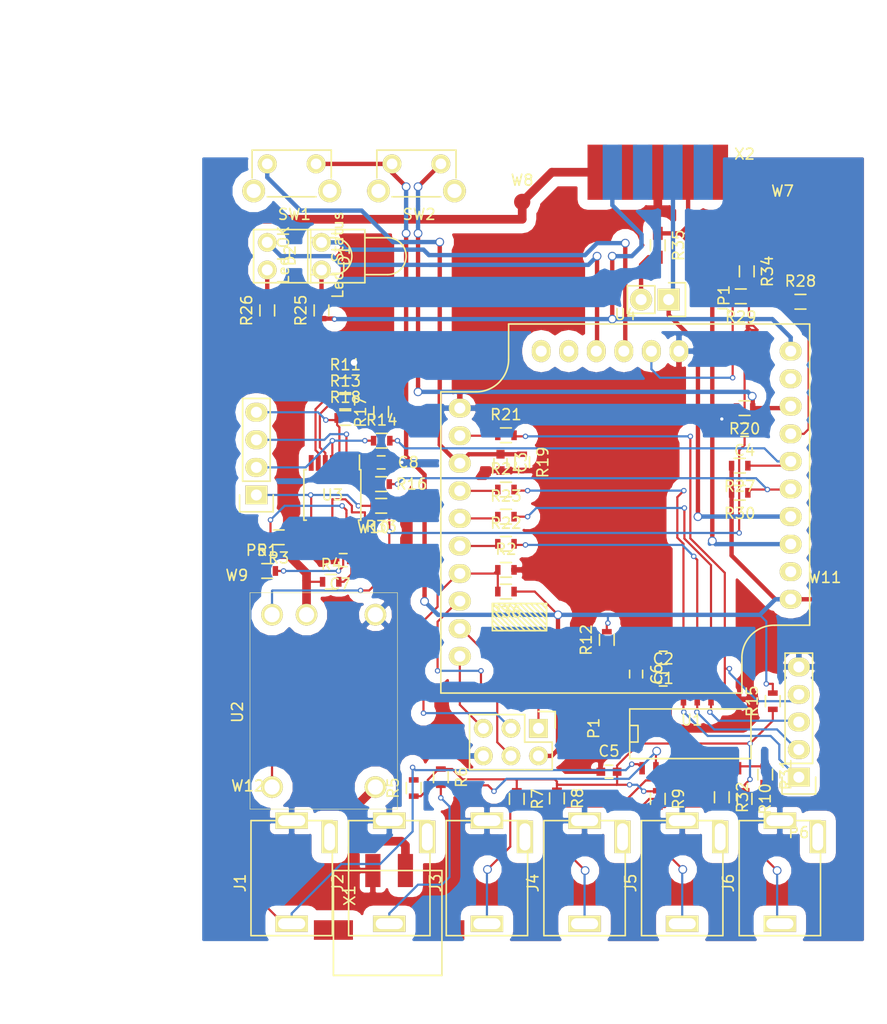
<source format=kicad_pcb>
(kicad_pcb (version 4) (host pcbnew 4.0.2-stable)
  (layers (0 F.Cu signal) (31 B.Cu signal) (34 B.Paste user) (35 F.Paste user) (36 B.SilkS user) (37 F.SilkS user) (38 B.Mask user) (39 F.Mask user) (44 Edge.Cuts user))
  (net 0 "")
  (net 1 GND)
  (net 2 "Net-(C1-Pad2)")
  (net 3 "Net-(C3-Pad1)")
  (net 4 "Net-(C4-Pad1)")
  (net 5 "Net-(C5-Pad2)")
  (net 6 "Net-(C7-Pad1)")
  (net 7 "Net-(C8-Pad1)")
  (net 8 "Net-(D1-Pad2)")
  (net 9 "Net-(D2-Pad2)")
  (net 10 /Sensoren/CH0)
  (net 11 /Sensoren/CH1)
  (net 12 /Sensoren/CH2)
  (net 13 /Sensoren/CH3)
  (net 14 /Sensoren/CH4)
  (net 15 /Sensoren/CH5)
  (net 16 "Net-(JP1-Pad1)")
  (net 17 "Net-(JP1-Pad2)")
  (net 18 "Net-(P1-Pad1)")
  (net 19 +5V)
  (net 20 "Net-(P1-Pad3)")
  (net 21 "Net-(P1-Pad4)")
  (net 22 "Net-(P1-Pad5)")
  (net 23 "Net-(P5-Pad1)")
  (net 24 /Lüftersteuerung/SDA_MCP45HV)
  (net 25 /Lüftersteuerung/SCL_MCP45HV)
  (net 26 /MCU/SPI_CLK)
  (net 27 /MCU/MISO)
  (net 28 /MCU/MOSI)
  (net 29 /MCU/~CS)
  (net 30 "Net-(R1-Pad1)")
  (net 31 "Net-(R1-Pad2)")
  (net 32 "Net-(R3-Pad2)")
  (net 33 +24V)
  (net 34 "Net-(R11-Pad1)")
  (net 35 "Net-(R13-Pad1)")
  (net 36 "Net-(R21-Pad1)")
  (net 37 "Net-(R22-Pad1)")
  (net 38 "Net-(R23-Pad1)")
  (net 39 "Net-(R24-Pad1)")
  (net 40 +12V)
  (net 41 /Lüftersteuerung/~FAN_Enable)
  (net 42 "Net-(R31-Pad1)")
  (net 43 "Net-(R32-Pad1)")
  (net 44 "Net-(R35-Pad1)")
  (net 45 "Net-(U3-Pad11)")
  (net 46 "Net-(D1-Pad1)")
  (net 47 "Net-(D2-Pad1)")
  (net 48 "Net-(R28-Pad2)")
  (net 49 "Net-(R29-Pad2)")
  (net 50 "Net-(U2-Pad5)")
  (net 51 "Net-(J1-Pad3)")
  (net 52 "Net-(J2-Pad3)")
  (net 53 "Net-(J3-Pad3)")
  (net 54 "Net-(J4-Pad3)")
  (net 55 "Net-(J5-Pad3)")
  (net 56 "Net-(J6-Pad3)")
  (net 57 "Net-(P5-Pad2)")
  (net 58 "Net-(P5-Pad3)")
  (net 59 "Net-(P5-Pad4)")
  (module byteworker:byteworker (layer F.Cu) (at 67 122.5 270)
    (fp_text reference U4 (at -13.625 1 540) (layer F.SilkS))
    (fp_text value Byteworker)
    (pad 17 thru_hole oval (at -10.25 -14.25) (size 2.032 1.7272) (drill 1.016) (layers *.Cu *.Mask F.SilkS) (net 40 +12V))
    (pad 18 thru_hole oval (at -7.71 -14.25) (size 2.032 1.7272) (drill 1.016) (layers *.Cu *.Mask F.SilkS))
    (pad 19 thru_hole oval (at -5.17 -14.25) (size 2.032 1.7272) (drill 1.016) (layers *.Cu *.Mask F.SilkS) (net 4 "Net-(C4-Pad1)"))
    (pad 20 thru_hole oval (at -2.63 -14.25) (size 2.032 1.7272) (drill 1.016) (layers *.Cu *.Mask F.SilkS) (net 48 "Net-(R28-Pad2)"))
    (pad 21 thru_hole oval (at -0.09 -14.25) (size 2.032 1.7272) (drill 1.016) (layers *.Cu *.Mask F.SilkS) (net 24 /Lüftersteuerung/SDA_MCP45HV))
    (pad 22 thru_hole oval (at 2.45 -14.25) (size 2.032 1.7272) (drill 1.016) (layers *.Cu *.Mask F.SilkS) (net 25 /Lüftersteuerung/SCL_MCP45HV))
    (pad 23 thru_hole oval (at 4.99 -14.25) (size 2.032 1.7272) (drill 1.016) (layers *.Cu *.Mask F.SilkS) (net 16 "Net-(JP1-Pad1)"))
    (pad 24 thru_hole oval (at 7.53 -14.25) (size 2.032 1.7272) (drill 1.016) (layers *.Cu *.Mask F.SilkS) (net 44 "Net-(R35-Pad1)"))
    (pad 25 thru_hole oval (at 10.07 -14.25) (size 2.032 1.7272) (drill 1.016) (layers *.Cu *.Mask F.SilkS))
    (pad 26 thru_hole oval (at 12.61 -14.25) (size 2.032 1.7272) (drill 1.016) (layers *.Cu *.Mask F.SilkS) (net 19 +5V))
    (pad 1 thru_hole oval (at 17.86 16.25) (size 2.032 1.7272) (drill 1.016) (layers *.Cu *.Mask F.SilkS) (net 22 "Net-(P1-Pad5)"))
    (pad 2 thru_hole oval (at 15.32 16.25) (size 2.032 1.7272) (drill 1.016) (layers *.Cu *.Mask F.SilkS) (net 18 "Net-(P1-Pad1)"))
    (pad 3 thru_hole oval (at 12.78 16.25) (size 2.032 1.7272) (drill 1.016) (layers *.Cu *.Mask F.SilkS) (net 21 "Net-(P1-Pad4)"))
    (pad 4 thru_hole oval (at 10.24 16.25) (size 2.032 1.7272) (drill 1.016) (layers *.Cu *.Mask F.SilkS) (net 20 "Net-(P1-Pad3)"))
    (pad 5 thru_hole oval (at 7.7 16.25) (size 2.032 1.7272) (drill 1.016) (layers *.Cu *.Mask F.SilkS) (net 37 "Net-(R22-Pad1)"))
    (pad 6 thru_hole oval (at 5.16 16.25) (size 2.032 1.7272) (drill 1.016) (layers *.Cu *.Mask F.SilkS) (net 38 "Net-(R23-Pad1)"))
    (pad 7 thru_hole oval (at 2.62 16.25) (size 2.032 1.7272) (drill 1.016) (layers *.Cu *.Mask F.SilkS) (net 39 "Net-(R24-Pad1)"))
    (pad 8 thru_hole oval (at 0.08 16.25) (size 2.032 1.7272) (drill 1.016) (layers *.Cu *.Mask F.SilkS) (net 3 "Net-(C3-Pad1)"))
    (pad 9 thru_hole oval (at -2.46 16.25) (size 2.032 1.7272) (drill 1.016) (layers *.Cu *.Mask F.SilkS) (net 36 "Net-(R21-Pad1)"))
    (pad 10 thru_hole oval (at -5 16.25) (size 2.032 1.7272) (drill 1.016) (layers *.Cu *.Mask F.SilkS) (net 1 GND))
    (pad 11 thru_hole oval (at -10.25 8.75 270) (size 2.032 1.7272) (drill 1.016) (layers *.Cu *.Mask F.SilkS))
    (pad 12 thru_hole oval (at -10.25 6.21 270) (size 2.032 1.7272) (drill 1.016) (layers *.Cu *.Mask F.SilkS))
    (pad 13 thru_hole oval (at -10.25 3.67 270) (size 2.032 1.7272) (drill 1.016) (layers *.Cu *.Mask F.SilkS) (net 47 "Net-(D2-Pad1)"))
    (pad 14 thru_hole oval (at -10.25 1.13 270) (size 2.032 1.7272) (drill 1.016) (layers *.Cu *.Mask F.SilkS) (net 46 "Net-(D1-Pad1)"))
    (pad 15 thru_hole oval (at -10.25 -1.41 270) (size 2.032 1.7272) (drill 1.016) (layers *.Cu *.Mask F.SilkS) (net 49 "Net-(R29-Pad2)"))
    (pad 16 thru_hole oval (at -10.25 -3.95 270) (size 2.032 1.7272) (drill 1.016) (layers *.Cu *.Mask F.SilkS) (net 1 GND))
  )
  (module Resistors_SMD:R_0603 (layer F.Cu) (at 34.05 129.4 180)
    (fp_text reference R3 (at 0 -1.9 180) (layer F.SilkS))
    (fp_text value 0R)
    (pad 1 smd rect (at -0.75 0 180) (size 0.5 0.9) (layers F.Cu F.Paste F.Mask) (net 1 GND))
    (pad 2 smd rect (at 0.75 0 180) (size 0.5 0.9) (layers F.Cu F.Paste F.Mask) (net 32 "Net-(R3-Pad2)"))
  )
  (module Housings_SSOP:TSSOP-14_4.4x5mm_Pitch0.65mm (layer F.Cu) (at 39 125.5 270)
    (fp_text reference U3 (at 0 0 360) (layer F.SilkS))
    (fp_text value MCP45HVx1-xxxx/ST)
    (pad 1 smd rect (at -2.95 -1.95 270) (size 1.45 0.45) (layers F.Cu F.Paste F.Mask) (net 7 "Net-(C8-Pad1)"))
    (pad 2 smd rect (at -2.95 -1.3 270) (size 1.45 0.45) (layers F.Cu F.Paste F.Mask) (net 58 "Net-(P5-Pad3)"))
    (pad 3 smd rect (at -2.95 -0.65 270) (size 1.45 0.45) (layers F.Cu F.Paste F.Mask) (net 59 "Net-(P5-Pad4)"))
    (pad 4 smd rect (at -2.95 0 270) (size 1.45 0.45) (layers F.Cu F.Paste F.Mask) (net 57 "Net-(P5-Pad2)"))
    (pad 5 smd rect (at -2.95 0.65 270) (size 1.45 0.45) (layers F.Cu F.Paste F.Mask) (net 35 "Net-(R13-Pad1)"))
    (pad 6 smd rect (at -2.95 1.3 270) (size 1.45 0.45) (layers F.Cu F.Paste F.Mask) (net 34 "Net-(R11-Pad1)"))
    (pad 7 smd rect (at -2.95 1.95 270) (size 1.45 0.45) (layers F.Cu F.Paste F.Mask))
    (pad 8 smd rect (at 2.95 1.95 270) (size 1.45 0.45) (layers F.Cu F.Paste F.Mask) (net 23 "Net-(P5-Pad1)"))
    (pad 9 smd rect (at 2.95 1.3 270) (size 1.45 0.45) (layers F.Cu F.Paste F.Mask) (net 1 GND))
    (pad 10 smd rect (at 2.95 0.65 270) (size 1.45 0.45) (layers F.Cu F.Paste F.Mask) (net 1 GND))
    (pad 11 smd rect (at 2.95 0 270) (size 1.45 0.45) (layers F.Cu F.Paste F.Mask) (net 45 "Net-(U3-Pad11)"))
    (pad 12 smd rect (at 2.95 -0.65 270) (size 1.45 0.45) (layers F.Cu F.Paste F.Mask) (net 31 "Net-(R1-Pad2)"))
    (pad 13 smd rect (at 2.95 -1.3 270) (size 1.45 0.45) (layers F.Cu F.Paste F.Mask) (net 32 "Net-(R3-Pad2)"))
    (pad 14 smd rect (at 2.95 -1.95 270) (size 1.45 0.45) (layers F.Cu F.Paste F.Mask) (net 6 "Net-(C7-Pad1)"))
  )
  (module subd9:DB9M_CI (layer F.Cu) (at 69 93.1)
    (fp_text reference X2 (at 8 1) (layer F.SilkS))
    (fp_text value SUB-D9)
    (pad 2 smd rect (at 2.794 2.667) (size 1.778 5.08) (layers F.Cu F.Mask) (net 44 "Net-(R35-Pad1)"))
    (pad 3 smd rect (at 0 2.667) (size 1.778 5.08) (layers F.Cu F.Mask) (net 1 GND))
    (pad 4 smd rect (at -2.794 2.667) (size 1.778 5.08) (layers F.Cu F.Mask))
    (pad 5 smd rect (at -5.588 2.667) (size 1.778 5.08) (layers F.Cu F.Mask) (net 33 +24V))
    (pad 1 smd rect (at 5.588 2.667) (size 1.778 5.08) (layers F.Cu F.Mask))
    (pad 9 smd rect (at -4.191 2.667) (size 1.778 5.08) (layers B.Cu B.Mask) (net 40 +12V))
    (pad 8 smd rect (at -1.397 2.667) (size 1.778 5.08) (layers B.Cu B.Mask))
    (pad 7 smd rect (at 1.397 2.667) (size 1.778 5.08) (layers B.Cu B.Mask) (net 16 "Net-(JP1-Pad1)"))
    (pad 6 smd rect (at 4.191 2.667) (size 1.778 5.08) (layers B.Cu B.Mask))
  )
  (module Capacitors_SMD:C_0603 (layer F.Cu) (at 69.5 140.5 180)
    (fp_text reference C1 (at 0 -1.9 180) (layer F.SilkS))
    (fp_text value 100nF/10V)
    (pad 1 smd rect (at -0.75 0 180) (size 0.8 0.75) (layers F.Cu F.Paste F.Mask) (net 1 GND))
    (pad 2 smd rect (at 0.75 0 180) (size 0.8 0.75) (layers F.Cu F.Paste F.Mask) (net 2 "Net-(C1-Pad2)"))
  )
  (module Capacitors_SMD:C_0603 (layer F.Cu) (at 69.5 142.5)
    (fp_text reference C2 (at 0 -1.9) (layer F.SilkS))
    (fp_text value 100nF/10V)
    (pad 1 smd rect (at -0.75 0) (size 0.8 0.75) (layers F.Cu F.Paste F.Mask) (net 2 "Net-(C1-Pad2)"))
    (pad 2 smd rect (at 0.75 0) (size 0.8 0.75) (layers F.Cu F.Paste F.Mask) (net 1 GND))
  )
  (module Capacitors_SMD:C_0603 (layer F.Cu) (at 54.5 122.5 270)
    (fp_text reference C3 (at 0 -1.9 270) (layer F.SilkS))
    (fp_text value 10nF/10V)
    (pad 1 smd rect (at -0.75 0 270) (size 0.8 0.75) (layers F.Cu F.Paste F.Mask) (net 3 "Net-(C3-Pad1)"))
    (pad 2 smd rect (at 0.75 0 270) (size 0.8 0.75) (layers F.Cu F.Paste F.Mask) (net 1 GND))
  )
  (module Capacitors_SMD:C_0603 (layer F.Cu) (at 77 119.5 180)
    (fp_text reference C4 (at 0 -1.9 180) (layer F.SilkS))
    (fp_text value 10nF/10V)
    (pad 1 smd rect (at -0.75 0 180) (size 0.8 0.75) (layers F.Cu F.Paste F.Mask) (net 4 "Net-(C4-Pad1)"))
    (pad 2 smd rect (at 0.75 0 180) (size 0.8 0.75) (layers F.Cu F.Paste F.Mask) (net 1 GND))
  )
  (module Capacitors_SMD:C_0603 (layer F.Cu) (at 64.5 151)
    (fp_text reference C5 (at 0 -1.9) (layer F.SilkS))
    (fp_text value 1uF/10V)
    (pad 1 smd rect (at -0.75 0) (size 0.8 0.75) (layers F.Cu F.Paste F.Mask) (net 1 GND))
    (pad 2 smd rect (at 0.75 0) (size 0.8 0.75) (layers F.Cu F.Paste F.Mask) (net 5 "Net-(C5-Pad2)"))
  )
  (module Capacitors_SMD:C_0603 (layer F.Cu) (at 67 142 270)
    (fp_text reference C6 (at 0 -1.9 270) (layer F.SilkS))
    (fp_text value 1uF/10V)
    (pad 1 smd rect (at -0.75 0 270) (size 0.8 0.75) (layers F.Cu F.Paste F.Mask) (net 1 GND))
    (pad 2 smd rect (at 0.75 0 270) (size 0.8 0.75) (layers F.Cu F.Paste F.Mask) (net 2 "Net-(C1-Pad2)"))
  )
  (module Capacitors_SMD:C_0603 (layer F.Cu) (at 40 131.5 180)
    (fp_text reference C7 (at 0.3 -2.2 180) (layer F.SilkS))
    (fp_text value 100nF/50V)
    (pad 1 smd rect (at -0.75 0 180) (size 0.8 0.75) (layers F.Cu F.Paste F.Mask) (net 6 "Net-(C7-Pad1)"))
    (pad 2 smd rect (at 0.75 0 180) (size 0.8 0.75) (layers F.Cu F.Paste F.Mask) (net 1 GND))
  )
  (module Capacitors_SMD:C_0603 (layer F.Cu) (at 43.5 122.5)
    (fp_text reference C8 (at 2.5 0 180) (layer F.SilkS))
    (fp_text value 100nF/10V)
    (pad 1 smd rect (at -0.75 0) (size 0.8 0.75) (layers F.Cu F.Paste F.Mask) (net 7 "Net-(C8-Pad1)"))
    (pad 2 smd rect (at 0.75 0) (size 0.8 0.75) (layers F.Cu F.Paste F.Mask) (net 1 GND))
  )
  (module SSF_LXH303:SSF-LXH303 (layer F.Cu) (at 38 103.5 270)
    (fp_text reference D1 (at -0.05 -2.1 270) (layer F.SilkS))
    (fp_text value Led_Status (at -0.1 -1.5 270) (layer F.SilkS))
    (pad 2 thru_hole circle (at 1.27 0 270) (size 1.7272 1.7272) (drill 1.016) (layers *.Cu *.Mask F.SilkS) (net 8 "Net-(D1-Pad2)"))
    (pad 1 thru_hole circle (at -1.27 0 270) (size 1.7272 1.7272) (drill 1.016) (layers *.Cu *.Mask F.SilkS) (net 46 "Net-(D1-Pad1)"))
  )
  (module SSF_LXH303:SSF-LXH303 (layer F.Cu) (at 33 103.5 270)
    (fp_text reference D2 (at -0.05 -2.1 270) (layer F.SilkS))
    (fp_text value Led_OK (at -0.1 -1.5 270) (layer F.SilkS))
    (pad 2 thru_hole circle (at 1.27 0 270) (size 1.7272 1.7272) (drill 1.016) (layers *.Cu *.Mask F.SilkS) (net 9 "Net-(D2-Pad2)"))
    (pad 1 thru_hole circle (at -1.27 0 270) (size 1.7272 1.7272) (drill 1.016) (layers *.Cu *.Mask F.SilkS) (net 47 "Net-(D2-Pad1)"))
  )
  (module Pin_Headers:Pin_Header_Straight_1x02 (layer F.Cu) (at 70 107.5 270)
    (fp_text reference JP1 (at 0 -5.1 270) (layer F.SilkS))
    (fp_text value Jumper_NO_Small)
    (pad 1 thru_hole rect (at 0 0 270) (size 2.032 2.032) (drill 1.016) (layers *.Cu *.Mask F.SilkS) (net 16 "Net-(JP1-Pad1)"))
    (pad 2 thru_hole oval (at 0 2.54 270) (size 2.032 2.032) (drill 1.016) (layers *.Cu *.Mask F.SilkS) (net 17 "Net-(JP1-Pad2)"))
  )
  (module Pin_Headers:Pin_Header_Straight_1x04 (layer F.Cu) (at 32 125.5 180)
    (fp_text reference P5 (at 0 -5.1 180) (layer F.SilkS))
    (fp_text value I2C_DEBUG)
    (pad 1 thru_hole rect (at 0 0 180) (size 2.032 1.7272) (drill 1.016) (layers *.Cu *.Mask F.SilkS) (net 23 "Net-(P5-Pad1)"))
    (pad 2 thru_hole oval (at 0 2.54 180) (size 2.032 1.7272) (drill 1.016) (layers *.Cu *.Mask F.SilkS) (net 57 "Net-(P5-Pad2)"))
    (pad 3 thru_hole oval (at 0 5.08 180) (size 2.032 1.7272) (drill 1.016) (layers *.Cu *.Mask F.SilkS) (net 58 "Net-(P5-Pad3)"))
    (pad 4 thru_hole oval (at 0 7.62 180) (size 2.032 1.7272) (drill 1.016) (layers *.Cu *.Mask F.SilkS) (net 59 "Net-(P5-Pad4)"))
  )
  (module Pin_Headers:Pin_Header_Straight_1x05 (layer F.Cu) (at 82 151.5 180)
    (fp_text reference P6 (at 0 -5.1 180) (layer F.SilkS))
    (fp_text value SPI_DEBUG)
    (pad 1 thru_hole rect (at 0 0 180) (size 2.032 1.7272) (drill 1.016) (layers *.Cu *.Mask F.SilkS) (net 26 /MCU/SPI_CLK))
    (pad 2 thru_hole oval (at 0 2.54 180) (size 2.032 1.7272) (drill 1.016) (layers *.Cu *.Mask F.SilkS) (net 27 /MCU/MISO))
    (pad 3 thru_hole oval (at 0 5.08 180) (size 2.032 1.7272) (drill 1.016) (layers *.Cu *.Mask F.SilkS) (net 28 /MCU/MOSI))
    (pad 4 thru_hole oval (at 0 7.62 180) (size 2.032 1.7272) (drill 1.016) (layers *.Cu *.Mask F.SilkS) (net 29 /MCU/~CS))
    (pad 5 thru_hole oval (at 0 10.16 180) (size 2.032 1.7272) (drill 1.016) (layers *.Cu *.Mask F.SilkS) (net 1 GND))
  )
  (module Resistors_SMD:R_0603 (layer F.Cu) (at 33 132.5)
    (fp_text reference R1 (at 0 -1.9) (layer F.SilkS))
    (fp_text value 0R)
    (pad 1 smd rect (at -0.75 0) (size 0.5 0.9) (layers F.Cu F.Paste F.Mask) (net 30 "Net-(R1-Pad1)"))
    (pad 2 smd rect (at 0.75 0) (size 0.5 0.9) (layers F.Cu F.Paste F.Mask) (net 31 "Net-(R1-Pad2)"))
  )
  (module Resistors_SMD:R_0603 (layer F.Cu) (at 38.85 133.5)
    (fp_text reference R4 (at 0.05 -1.6) (layer F.SilkS))
    (fp_text value 0R)
    (pad 1 smd rect (at -0.75 0) (size 0.5 0.9) (layers F.Cu F.Paste F.Mask) (net 33 +24V))
    (pad 2 smd rect (at 0.75 0) (size 0.5 0.9) (layers F.Cu F.Paste F.Mask) (net 6 "Net-(C7-Pad1)"))
  )
  (module Resistors_SMD:R_0603 (layer F.Cu) (at 46.5 152.5 90)
    (fp_text reference R5 (at 0 -1.9 90) (layer F.SilkS))
    (fp_text value 10k)
    (pad 1 smd rect (at -0.75 0 90) (size 0.5 0.9) (layers F.Cu F.Paste F.Mask) (net 5 "Net-(C5-Pad2)"))
    (pad 2 smd rect (at 0.75 0 90) (size 0.5 0.9) (layers F.Cu F.Paste F.Mask) (net 10 /Sensoren/CH0))
  )
  (module Resistors_SMD:R_0603 (layer F.Cu) (at 49 151.5 270)
    (fp_text reference R6 (at 0 -1.9 270) (layer F.SilkS))
    (fp_text value 10k)
    (pad 1 smd rect (at -0.75 0 270) (size 0.5 0.9) (layers F.Cu F.Paste F.Mask) (net 5 "Net-(C5-Pad2)"))
    (pad 2 smd rect (at 0.75 0 270) (size 0.5 0.9) (layers F.Cu F.Paste F.Mask) (net 11 /Sensoren/CH1))
  )
  (module Resistors_SMD:R_0603 (layer F.Cu) (at 56 153.5 270)
    (fp_text reference R7 (at 0 -1.9 270) (layer F.SilkS))
    (fp_text value 10k)
    (pad 1 smd rect (at -0.75 0 270) (size 0.5 0.9) (layers F.Cu F.Paste F.Mask) (net 5 "Net-(C5-Pad2)"))
    (pad 2 smd rect (at 0.75 0 270) (size 0.5 0.9) (layers F.Cu F.Paste F.Mask) (net 12 /Sensoren/CH2))
  )
  (module Resistors_SMD:R_0603 (layer F.Cu) (at 59.7 153.45 270)
    (fp_text reference R8 (at 0 -1.9 270) (layer F.SilkS))
    (fp_text value 10k)
    (pad 1 smd rect (at -0.75 0 270) (size 0.5 0.9) (layers F.Cu F.Paste F.Mask) (net 5 "Net-(C5-Pad2)"))
    (pad 2 smd rect (at 0.75 0 270) (size 0.5 0.9) (layers F.Cu F.Paste F.Mask) (net 13 /Sensoren/CH3))
  )
  (module Resistors_SMD:R_0603 (layer F.Cu) (at 69 153.5 270)
    (fp_text reference R9 (at 0 -1.9 270) (layer F.SilkS))
    (fp_text value 10k)
    (pad 1 smd rect (at -0.75 0 270) (size 0.5 0.9) (layers F.Cu F.Paste F.Mask) (net 5 "Net-(C5-Pad2)"))
    (pad 2 smd rect (at 0.75 0 270) (size 0.5 0.9) (layers F.Cu F.Paste F.Mask) (net 14 /Sensoren/CH4))
  )
  (module Resistors_SMD:R_0603 (layer F.Cu) (at 77 153.5 270)
    (fp_text reference R10 (at 0 -1.9 270) (layer F.SilkS))
    (fp_text value 10k)
    (pad 1 smd rect (at -0.75 0 270) (size 0.5 0.9) (layers F.Cu F.Paste F.Mask) (net 5 "Net-(C5-Pad2)"))
    (pad 2 smd rect (at 0.75 0 270) (size 0.5 0.9) (layers F.Cu F.Paste F.Mask) (net 15 /Sensoren/CH5))
  )
  (module Resistors_SMD:R_0603 (layer F.Cu) (at 40.190884 115.403712)
    (fp_text reference R11 (at 0 -1.9) (layer F.SilkS))
    (fp_text value 1k)
    (pad 1 smd rect (at -0.75 0) (size 0.5 0.9) (layers F.Cu F.Paste F.Mask) (net 34 "Net-(R11-Pad1)"))
    (pad 2 smd rect (at 0.75 0) (size 0.5 0.9) (layers F.Cu F.Paste F.Mask) (net 1 GND))
  )
  (module Resistors_SMD:R_0603 (layer F.Cu) (at 64.3 138.85 90)
    (fp_text reference R12 (at 0 -1.9 90) (layer F.SilkS))
    (fp_text value 0R)
    (pad 1 smd rect (at -0.75 0 90) (size 0.5 0.9) (layers F.Cu F.Paste F.Mask) (net 2 "Net-(C1-Pad2)"))
    (pad 2 smd rect (at 0.75 0 90) (size 0.5 0.9) (layers F.Cu F.Paste F.Mask) (net 19 +5V))
  )
  (module Resistors_SMD:R_0603 (layer F.Cu) (at 40.190884 116.903712)
    (fp_text reference R13 (at 0 -1.9) (layer F.SilkS))
    (fp_text value 1k)
    (pad 1 smd rect (at -0.75 0) (size 0.5 0.9) (layers F.Cu F.Paste F.Mask) (net 35 "Net-(R13-Pad1)"))
    (pad 2 smd rect (at 0.75 0) (size 0.5 0.9) (layers F.Cu F.Paste F.Mask) (net 1 GND))
  )
  (module Resistors_SMD:R_0603 (layer F.Cu) (at 43.55 120.5)
    (fp_text reference R14 (at 0 -1.9) (layer F.SilkS))
    (fp_text value 0R)
    (pad 1 smd rect (at -0.75 0) (size 0.5 0.9) (layers F.Cu F.Paste F.Mask) (net 57 "Net-(P5-Pad2)"))
    (pad 2 smd rect (at 0.75 0) (size 0.5 0.9) (layers F.Cu F.Paste F.Mask) (net 24 /Lüftersteuerung/SDA_MCP45HV))
  )
  (module Resistors_SMD:R_0603 (layer F.Cu) (at 79.6 144.5 90)
    (fp_text reference R15 (at 0 -1.9 90) (layer F.SilkS))
    (fp_text value 0R)
    (pad 1 smd rect (at -0.75 0 90) (size 0.5 0.9) (layers F.Cu F.Paste F.Mask) (net 5 "Net-(C5-Pad2)"))
    (pad 2 smd rect (at 0.75 0 90) (size 0.5 0.9) (layers F.Cu F.Paste F.Mask) (net 19 +5V))
  )
  (module Resistors_SMD:R_0603 (layer F.Cu) (at 43.5 124.5)
    (fp_text reference R16 (at 2.8 0 180) (layer F.SilkS))
    (fp_text value 0R)
    (pad 1 smd rect (at -0.75 0) (size 0.5 0.9) (layers F.Cu F.Paste F.Mask) (net 58 "Net-(P5-Pad3)"))
    (pad 2 smd rect (at 0.75 0) (size 0.5 0.9) (layers F.Cu F.Paste F.Mask) (net 25 /Lüftersteuerung/SCL_MCP45HV))
  )
  (module Resistors_SMD:R_0603 (layer F.Cu) (at 43.5 117.85 90)
    (fp_text reference R17 (at 0 -1.9 90) (layer F.SilkS))
    (fp_text value 0R)
    (pad 1 smd rect (at -0.75 0 90) (size 0.5 0.9) (layers F.Cu F.Paste F.Mask) (net 7 "Net-(C8-Pad1)"))
    (pad 2 smd rect (at 0.75 0 90) (size 0.5 0.9) (layers F.Cu F.Paste F.Mask) (net 19 +5V))
  )
  (module Resistors_SMD:R_0603 (layer F.Cu) (at 40.190884 118.403712)
    (fp_text reference R18 (at 0 -1.9) (layer F.SilkS))
    (fp_text value 1k)
    (pad 1 smd rect (at -0.75 0) (size 0.5 0.9) (layers F.Cu F.Paste F.Mask) (net 59 "Net-(P5-Pad4)"))
    (pad 2 smd rect (at 0.75 0) (size 0.5 0.9) (layers F.Cu F.Paste F.Mask) (net 1 GND))
  )
  (module Resistors_SMD:R_0603 (layer F.Cu) (at 56.5 122.5 270)
    (fp_text reference R19 (at 0 -1.9 270) (layer F.SilkS))
    (fp_text value 1k)
    (pad 1 smd rect (at -0.75 0 270) (size 0.5 0.9) (layers F.Cu F.Paste F.Mask) (net 3 "Net-(C3-Pad1)"))
    (pad 2 smd rect (at 0.75 0 270) (size 0.5 0.9) (layers F.Cu F.Paste F.Mask) (net 1 GND))
  )
  (module Resistors_SMD:R_0603 (layer F.Cu) (at 77 117.5 180)
    (fp_text reference R20 (at 0 -1.9 180) (layer F.SilkS))
    (fp_text value 1k)
    (pad 1 smd rect (at -0.75 0 180) (size 0.5 0.9) (layers F.Cu F.Paste F.Mask) (net 4 "Net-(C4-Pad1)"))
    (pad 2 smd rect (at 0.75 0 180) (size 0.5 0.9) (layers F.Cu F.Paste F.Mask) (net 1 GND))
  )
  (module Resistors_SMD:R_0603 (layer F.Cu) (at 55 120)
    (fp_text reference R21 (at 0 -1.9) (layer F.SilkS))
    (fp_text value 100R)
    (pad 1 smd rect (at -0.75 0) (size 0.5 0.9) (layers F.Cu F.Paste F.Mask) (net 36 "Net-(R21-Pad1)"))
    (pad 2 smd rect (at 0.75 0) (size 0.5 0.9) (layers F.Cu F.Paste F.Mask) (net 29 /MCU/~CS))
  )
  (module Resistors_SMD:R_0603 (layer F.Cu) (at 55 130)
    (fp_text reference R22 (at 0 -1.9) (layer F.SilkS))
    (fp_text value 100R)
    (pad 1 smd rect (at -0.75 0) (size 0.5 0.9) (layers F.Cu F.Paste F.Mask) (net 37 "Net-(R22-Pad1)"))
    (pad 2 smd rect (at 0.75 0) (size 0.5 0.9) (layers F.Cu F.Paste F.Mask) (net 27 /MCU/MISO))
  )
  (module Resistors_SMD:R_0603 (layer F.Cu) (at 55 127.5)
    (fp_text reference R23 (at 0 -1.9) (layer F.SilkS))
    (fp_text value 100R)
    (pad 1 smd rect (at -0.75 0) (size 0.5 0.9) (layers F.Cu F.Paste F.Mask) (net 38 "Net-(R23-Pad1)"))
    (pad 2 smd rect (at 0.75 0) (size 0.5 0.9) (layers F.Cu F.Paste F.Mask) (net 28 /MCU/MOSI))
  )
  (module Resistors_SMD:R_0603 (layer F.Cu) (at 55 125)
    (fp_text reference R24 (at 0 -1.9) (layer F.SilkS))
    (fp_text value 100R)
    (pad 1 smd rect (at -0.75 0) (size 0.5 0.9) (layers F.Cu F.Paste F.Mask) (net 39 "Net-(R24-Pad1)"))
    (pad 2 smd rect (at 0.75 0) (size 0.5 0.9) (layers F.Cu F.Paste F.Mask) (net 26 /MCU/SPI_CLK))
  )
  (module Resistors_SMD:R_0603 (layer F.Cu) (at 38 108.5 90)
    (fp_text reference R25 (at 0 -1.9 90) (layer F.SilkS))
    (fp_text value 1k)
    (pad 1 smd rect (at -0.75 0 90) (size 0.5 0.9) (layers F.Cu F.Paste F.Mask) (net 40 +12V))
    (pad 2 smd rect (at 0.75 0 90) (size 0.5 0.9) (layers F.Cu F.Paste F.Mask) (net 8 "Net-(D1-Pad2)"))
  )
  (module Resistors_SMD:R_0603 (layer F.Cu) (at 33 108.5 90)
    (fp_text reference R26 (at 0 -1.9 90) (layer F.SilkS))
    (fp_text value 1k)
    (pad 1 smd rect (at -0.75 0 90) (size 0.5 0.9) (layers F.Cu F.Paste F.Mask) (net 40 +12V))
    (pad 2 smd rect (at 0.75 0 90) (size 0.5 0.9) (layers F.Cu F.Paste F.Mask) (net 9 "Net-(D2-Pad2)"))
  )
  (module Resistors_SMD:R_0603 (layer F.Cu) (at 76.55 122.8 180)
    (fp_text reference R27 (at 0 -1.9 180) (layer F.SilkS))
    (fp_text value 1k)
    (pad 1 smd rect (at -0.75 0 180) (size 0.5 0.9) (layers F.Cu F.Paste F.Mask) (net 24 /Lüftersteuerung/SDA_MCP45HV))
    (pad 2 smd rect (at 0.75 0 180) (size 0.5 0.9) (layers F.Cu F.Paste F.Mask) (net 19 +5V))
  )
  (module Resistors_SMD:R_0603 (layer F.Cu) (at 82.15 107.7)
    (fp_text reference R28 (at 0 -1.9) (layer F.SilkS))
    (fp_text value 0R)
    (pad 1 smd rect (at -0.75 0) (size 0.5 0.9) (layers F.Cu F.Paste F.Mask) (net 41 /Lüftersteuerung/~FAN_Enable))
    (pad 2 smd rect (at 0.75 0) (size 0.5 0.9) (layers F.Cu F.Paste F.Mask) (net 48 "Net-(R28-Pad2)"))
  )
  (module Resistors_SMD:R_0603 (layer F.Cu) (at 76.65 107.2 180)
    (fp_text reference R29 (at 0 -1.9 180) (layer F.SilkS))
    (fp_text value nb)
    (pad 1 smd rect (at -0.75 0 180) (size 0.5 0.9) (layers F.Cu F.Paste F.Mask) (net 41 /Lüftersteuerung/~FAN_Enable))
    (pad 2 smd rect (at 0.75 0 180) (size 0.5 0.9) (layers F.Cu F.Paste F.Mask) (net 49 "Net-(R29-Pad2)"))
  )
  (module Resistors_SMD:R_0603 (layer F.Cu) (at 76.55 125.3 180)
    (fp_text reference R30 (at 0 -1.9 180) (layer F.SilkS))
    (fp_text value 1k)
    (pad 1 smd rect (at -0.75 0 180) (size 0.5 0.9) (layers F.Cu F.Paste F.Mask) (net 25 /Lüftersteuerung/SCL_MCP45HV))
    (pad 2 smd rect (at 0.75 0 180) (size 0.5 0.9) (layers F.Cu F.Paste F.Mask) (net 19 +5V))
  )
  (module Resistors_SMD:R_0603 (layer F.Cu) (at 78.9 151.25 270)
    (fp_text reference R31 (at 0 -1.9 270) (layer F.SilkS))
    (fp_text value 1k)
    (pad 1 smd rect (at -0.75 0 270) (size 0.5 0.9) (layers F.Cu F.Paste F.Mask) (net 42 "Net-(R31-Pad1)"))
    (pad 2 smd rect (at 0.75 0 270) (size 0.5 0.9) (layers F.Cu F.Paste F.Mask) (net 1 GND))
  )
  (module Resistors_SMD:R_0603 (layer F.Cu) (at 74.9 153.35 270)
    (fp_text reference R32 (at 0 -1.9 270) (layer F.SilkS))
    (fp_text value 1k)
    (pad 1 smd rect (at -0.75 0 270) (size 0.5 0.9) (layers F.Cu F.Paste F.Mask) (net 43 "Net-(R32-Pad1)"))
    (pad 2 smd rect (at 0.75 0 270) (size 0.5 0.9) (layers F.Cu F.Paste F.Mask) (net 1 GND))
  )
  (module Resistors_SMD:R_0603 (layer F.Cu) (at 43.5 126.5 180)
    (fp_text reference R33 (at 0 -1.9 180) (layer F.SilkS))
    (fp_text value 0R)
    (pad 1 smd rect (at -0.75 0 180) (size 0.5 0.9) (layers F.Cu F.Paste F.Mask) (net 41 /Lüftersteuerung/~FAN_Enable))
    (pad 2 smd rect (at 0.75 0 180) (size 0.5 0.9) (layers F.Cu F.Paste F.Mask) (net 23 "Net-(P5-Pad1)"))
  )
  (module Resistors_SMD:R_0603 (layer F.Cu) (at 77.2 104.9 270)
    (fp_text reference R34 (at 0 -1.9 270) (layer F.SilkS))
    (fp_text value 1k)
    (pad 1 smd rect (at -0.75 0 270) (size 0.5 0.9) (layers F.Cu F.Paste F.Mask) (net 1 GND))
    (pad 2 smd rect (at 0.75 0 270) (size 0.5 0.9) (layers F.Cu F.Paste F.Mask) (net 41 /Lüftersteuerung/~FAN_Enable))
  )
  (module Resistors_SMD:R_0603_HandSoldering (layer F.Cu) (at 69 102.5 270)
    (fp_text reference R35 (at 0 -1.9 270) (layer F.SilkS))
    (fp_text value 240R)
    (pad 1 smd rect (at -1.1 0 270) (size 1.2 0.9) (layers F.Cu F.Paste F.Mask) (net 44 "Net-(R35-Pad1)"))
    (pad 2 smd rect (at 1.1 0 270) (size 1.2 0.9) (layers F.Cu F.Paste F.Mask) (net 17 "Net-(JP1-Pad2)"))
  )
  (module Buttons_Switches_ThroughHole:SW_Tactile_SPST_Angled (layer F.Cu) (at 33 95)
    (fp_text reference SW1 (at 2.5 4.65) (layer F.SilkS))
    (fp_text value SW_NB)
    (pad "" thru_hole circle (at 5.76 2.49) (size 2.1 2.1) (drill 1.3) (layers *.Cu *.Mask F.SilkS))
    (pad 2 thru_hole circle (at 4.5 0) (size 1.75 1.75) (drill 0.99) (layers *.Cu *.Mask F.SilkS) (net 19 +5V))
    (pad 1 thru_hole circle (at 0 0) (size 1.75 1.75) (drill 0.99) (layers *.Cu *.Mask F.SilkS) (net 3 "Net-(C3-Pad1)"))
    (pad "" thru_hole circle (at -1.25 2.49) (size 2.1 2.1) (drill 1.3) (layers *.Cu *.Mask F.SilkS))
  )
  (module Buttons_Switches_ThroughHole:SW_Tactile_SPST_Angled (layer F.Cu) (at 44.5 95)
    (fp_text reference SW2 (at 2.5 4.65) (layer F.SilkS))
    (fp_text value SW_INIT)
    (pad "" thru_hole circle (at 5.76 2.49) (size 2.1 2.1) (drill 1.3) (layers *.Cu *.Mask F.SilkS))
    (pad 2 thru_hole circle (at 4.5 0) (size 1.75 1.75) (drill 0.99) (layers *.Cu *.Mask F.SilkS) (net 4 "Net-(C4-Pad1)"))
    (pad 1 thru_hole circle (at 0 0) (size 1.75 1.75) (drill 0.99) (layers *.Cu *.Mask F.SilkS) (net 19 +5V))
    (pad "" thru_hole circle (at -1.25 2.49) (size 2.1 2.1) (drill 1.3) (layers *.Cu *.Mask F.SilkS))
  )
  (module SMD_Packages:SO-16-N (layer F.Cu) (at 72 147.5)
    (fp_text reference U1 (at 0.127 -1.27) (layer F.SilkS))
    (fp_text value MCP3208)
    (pad 16 smd rect (at -4.445 -3.175) (size 0.508 1.143) (layers F.Cu F.Paste F.Mask) (net 2 "Net-(C1-Pad2)"))
    (pad 14 smd rect (at -1.905 -3.175) (size 0.508 1.143) (layers F.Cu F.Paste F.Mask) (net 1 GND))
    (pad 13 smd rect (at -0.635 -3.175) (size 0.508 1.143) (layers F.Cu F.Paste F.Mask) (net 26 /MCU/SPI_CLK))
    (pad 12 smd rect (at 0.635 -3.175) (size 0.508 1.143) (layers F.Cu F.Paste F.Mask) (net 27 /MCU/MISO))
    (pad 11 smd rect (at 1.905 -3.175) (size 0.508 1.143) (layers F.Cu F.Paste F.Mask) (net 28 /MCU/MOSI))
    (pad 10 smd rect (at 3.175 -3.175) (size 0.508 1.143) (layers F.Cu F.Paste F.Mask) (net 29 /MCU/~CS))
    (pad 9 smd rect (at 4.445 -3.175) (size 0.508 1.143) (layers F.Cu F.Paste F.Mask) (net 1 GND))
    (pad 8 smd rect (at 4.445 3.175) (size 0.508 1.143) (layers F.Cu F.Paste F.Mask) (net 42 "Net-(R31-Pad1)"))
    (pad 7 smd rect (at 3.175 3.175) (size 0.508 1.143) (layers F.Cu F.Paste F.Mask) (net 43 "Net-(R32-Pad1)"))
    (pad 6 smd rect (at 1.905 3.175) (size 0.508 1.143) (layers F.Cu F.Paste F.Mask) (net 15 /Sensoren/CH5))
    (pad 5 smd rect (at 0.635 3.175) (size 0.508 1.143) (layers F.Cu F.Paste F.Mask) (net 14 /Sensoren/CH4))
    (pad 4 smd rect (at -0.635 3.175) (size 0.508 1.143) (layers F.Cu F.Paste F.Mask) (net 13 /Sensoren/CH3))
    (pad 3 smd rect (at -1.905 3.175) (size 0.508 1.143) (layers F.Cu F.Paste F.Mask) (net 12 /Sensoren/CH2))
    (pad 2 smd rect (at -3.175 3.175) (size 0.508 1.143) (layers F.Cu F.Paste F.Mask) (net 11 /Sensoren/CH1))
    (pad 1 smd rect (at -4.445 3.175) (size 0.508 1.143) (layers F.Cu F.Paste F.Mask) (net 10 /Sensoren/CH0))
    (pad 15 smd rect (at -3.175 -3.175) (size 0.508 1.143) (layers F.Cu F.Paste F.Mask) (net 2 "Net-(C1-Pad2)"))
  )
  (module Measurement_Points:Measurement_Point_Round-SMD-Pad_Small (layer F.Cu) (at 80.5 99.5)
    (fp_text reference W7 (at 0 -2) (layer F.SilkS))
    (fp_text value TEST_1P)
    (pad 1 smd circle (at 0 0) (size 1.5 1.5) (layers F.Cu F.Mask) (net 1 GND))
  )
  (module Measurement_Points:Measurement_Point_Round-SMD-Pad_Small (layer F.Cu) (at 56.5 98.5)
    (fp_text reference W8 (at 0 -2) (layer F.SilkS))
    (fp_text value TEST_1P)
    (pad 1 smd circle (at 0 0) (size 1.5 1.5) (layers F.Cu F.Mask) (net 33 +24V))
  )
  (module Measurement_Points:Measurement_Point_Round-SMD-Pad_Small (layer F.Cu) (at 30.2 134.9)
    (fp_text reference W9 (at 0 -2) (layer F.SilkS))
    (fp_text value TEST_1P)
    (pad 1 smd circle (at 0 0) (size 1.5 1.5) (layers F.Cu F.Mask) (net 30 "Net-(R1-Pad1)"))
  )
  (module Measurement_Points:Measurement_Point_Round-SMD-Pad_Small (layer F.Cu) (at 42.8 130.5)
    (fp_text reference W10 (at 0 -2) (layer F.SilkS))
    (fp_text value TEST_1P)
    (pad 1 smd circle (at 0 0) (size 1.5 1.5) (layers F.Cu F.Mask) (net 45 "Net-(U3-Pad11)"))
  )
  (module Measurement_Points:Measurement_Point_Round-SMD-Pad_Small (layer F.Cu) (at 84.4 135.1)
    (fp_text reference W11 (at 0 -2) (layer F.SilkS))
    (fp_text value TEST_1P)
    (pad 1 smd circle (at 0 0) (size 1.5 1.5) (layers F.Cu F.Mask) (net 19 +5V))
  )
  (module Measurement_Points:Measurement_Point_Round-SMD-Pad_Small (layer F.Cu) (at 31.2 154.3)
    (fp_text reference W12 (at 0 -2) (layer F.SilkS))
    (fp_text value TEST_1P)
    (pad 1 smd circle (at 0 0) (size 1.5 1.5) (layers F.Cu F.Mask) (net 10 /Sensoren/CH0))
  )
  (module mate-n-lok:2-1445057-2 (layer F.Cu) (at 39.1 160.1)
    (fp_text reference X1 (at 1.5 2.3 90) (layer F.SilkS))
    (fp_text value PWR_FAN)
    (pad 1 smd rect (at 3.635 0) (size 1.4 3.05) (layers F.Cu F.Paste F.Mask) (net 1 GND))
    (pad 2 smd rect (at 6.635 0) (size 1.4 3.05) (layers F.Cu F.Paste F.Mask) (net 50 "Net-(U2-Pad5)"))
    (pad 3 smd rect (at 0 5.48) (size 3.6 1.8) (layers F.Cu F.Paste F.Mask))
    (pad 4 smd rect (at 10.27 5.48) (size 3.6 1.8) (layers F.Cu F.Paste F.Mask))
  )
  (module PTN78000H:PTN78000H (layer F.Cu) (at 45 134.5 270)
    (fp_text reference U2 (at 11 14.75 270) (layer F.SilkS))
    (fp_text value PTN78000W)
    (pad 4 thru_hole circle (at 17.91 11.56 270) (size 2 2) (drill 1.4) (layers *.Cu *.Mask F.SilkS) (net 30 "Net-(R1-Pad1)"))
    (pad 5 thru_hole circle (at 17.91 2.03 270) (size 2 2) (drill 1.4) (layers *.Cu *.Mask F.SilkS) (net 50 "Net-(U2-Pad5)"))
    (pad 3 thru_hole circle (at 2.03 11.56 270) (size 2 2) (drill 1.4) (layers *.Cu *.Mask F.SilkS) (net 41 /Lüftersteuerung/~FAN_Enable))
    (pad 2 thru_hole circle (at 2.03 8.38 270) (size 2 2) (drill 1.4) (layers *.Cu *.Mask F.SilkS) (net 33 +24V))
    (pad 1 thru_hole circle (at 2.03 2.03 270) (size 2 2) (drill 1.4) (layers *.Cu *.Mask F.SilkS) (net 1 GND))
  )
  (module Pin_Headers:Pin_Header_Straight_2x03 (layer F.Cu) (at 58 147 270)
    (fp_text reference P1 (at 0 -5.1 270) (layer F.SilkS))
    (fp_text value ISP_HEADER)
    (pad 1 thru_hole rect (at 0 0 270) (size 1.7272 1.7272) (drill 1.016) (layers *.Cu *.Mask F.SilkS) (net 18 "Net-(P1-Pad1)"))
    (pad 2 thru_hole oval (at 2.54 0 270) (size 1.7272 1.7272) (drill 1.016) (layers *.Cu *.Mask F.SilkS) (net 19 +5V))
    (pad 3 thru_hole oval (at 0 2.54 270) (size 1.7272 1.7272) (drill 1.016) (layers *.Cu *.Mask F.SilkS) (net 20 "Net-(P1-Pad3)"))
    (pad 4 thru_hole oval (at 2.54 2.54 270) (size 1.7272 1.7272) (drill 1.016) (layers *.Cu *.Mask F.SilkS) (net 21 "Net-(P1-Pad4)"))
    (pad 5 thru_hole oval (at 0 5.08 270) (size 1.7272 1.7272) (drill 1.016) (layers *.Cu *.Mask F.SilkS) (net 22 "Net-(P1-Pad5)"))
    (pad 6 thru_hole oval (at 2.54 5.08 270) (size 1.7272 1.7272) (drill 1.016) (layers *.Cu *.Mask F.SilkS) (net 1 GND))
  )
  (module PTN78000H:MJ-2508 (layer F.Cu) (at 39 155.5 270)
    (fp_text reference J1 (at 5.75 8.5 270) (layer F.SilkS))
    (fp_text value CH0)
    (pad 3 thru_hole rect (at 1.5 0.25) (size 1.5 3) (drill oval 1 2.5) (layers *.Cu *.Mask F.SilkS) (net 51 "Net-(J1-Pad3)"))
    (pad 2 thru_hole rect (at 0 3.75 270) (size 1.5 3) (drill oval 1 2.5) (layers *.Cu *.Mask F.SilkS) (net 1 GND))
    (pad 1 thru_hole rect (at 9.5 3.75 270) (size 1.5 3) (drill oval 1 2.5) (layers *.Cu *.Mask F.SilkS) (net 10 /Sensoren/CH0))
  )
  (module PTN78000H:MJ-2508 (layer F.Cu) (at 48 155.5 270)
    (fp_text reference J2 (at 5.75 8.5 270) (layer F.SilkS))
    (fp_text value CH1)
    (pad 3 thru_hole rect (at 1.5 0.25) (size 1.5 3) (drill oval 1 2.5) (layers *.Cu *.Mask F.SilkS) (net 52 "Net-(J2-Pad3)"))
    (pad 2 thru_hole rect (at 0 3.75 270) (size 1.5 3) (drill oval 1 2.5) (layers *.Cu *.Mask F.SilkS) (net 1 GND))
    (pad 1 thru_hole rect (at 9.5 3.75 270) (size 1.5 3) (drill oval 1 2.5) (layers *.Cu *.Mask F.SilkS) (net 11 /Sensoren/CH1))
  )
  (module PTN78000H:MJ-2508 (layer F.Cu) (at 57 155.5 270)
    (fp_text reference J3 (at 5.75 8.5 270) (layer F.SilkS))
    (fp_text value CH2)
    (pad 3 thru_hole rect (at 1.5 0.25) (size 1.5 3) (drill oval 1 2.5) (layers *.Cu *.Mask F.SilkS) (net 53 "Net-(J3-Pad3)"))
    (pad 2 thru_hole rect (at 0 3.75 270) (size 1.5 3) (drill oval 1 2.5) (layers *.Cu *.Mask F.SilkS) (net 1 GND))
    (pad 1 thru_hole rect (at 9.5 3.75 270) (size 1.5 3) (drill oval 1 2.5) (layers *.Cu *.Mask F.SilkS) (net 12 /Sensoren/CH2))
  )
  (module PTN78000H:MJ-2508 (layer F.Cu) (at 66 155.5 270)
    (fp_text reference J4 (at 5.75 8.5 270) (layer F.SilkS))
    (fp_text value CH3)
    (pad 3 thru_hole rect (at 1.5 0.25) (size 1.5 3) (drill oval 1 2.5) (layers *.Cu *.Mask F.SilkS) (net 54 "Net-(J4-Pad3)"))
    (pad 2 thru_hole rect (at 0 3.75 270) (size 1.5 3) (drill oval 1 2.5) (layers *.Cu *.Mask F.SilkS) (net 1 GND))
    (pad 1 thru_hole rect (at 9.5 3.75 270) (size 1.5 3) (drill oval 1 2.5) (layers *.Cu *.Mask F.SilkS) (net 13 /Sensoren/CH3))
  )
  (module PTN78000H:MJ-2508 (layer F.Cu) (at 75 155.5 270)
    (fp_text reference J5 (at 5.75 8.5 270) (layer F.SilkS))
    (fp_text value CH4)
    (pad 3 thru_hole rect (at 1.5 0.25) (size 1.5 3) (drill oval 1 2.5) (layers *.Cu *.Mask F.SilkS) (net 55 "Net-(J5-Pad3)"))
    (pad 2 thru_hole rect (at 0 3.75 270) (size 1.5 3) (drill oval 1 2.5) (layers *.Cu *.Mask F.SilkS) (net 1 GND))
    (pad 1 thru_hole rect (at 9.5 3.75 270) (size 1.5 3) (drill oval 1 2.5) (layers *.Cu *.Mask F.SilkS) (net 14 /Sensoren/CH4))
  )
  (module PTN78000H:MJ-2508 (layer F.Cu) (at 84 155.5 270)
    (fp_text reference J6 (at 5.75 8.5 270) (layer F.SilkS))
    (fp_text value CH5)
    (pad 3 thru_hole rect (at 1.5 0.25) (size 1.5 3) (drill oval 1 2.5) (layers *.Cu *.Mask F.SilkS) (net 56 "Net-(J6-Pad3)"))
    (pad 2 thru_hole rect (at 0 3.75 270) (size 1.5 3) (drill oval 1 2.5) (layers *.Cu *.Mask F.SilkS) (net 1 GND))
    (pad 1 thru_hole rect (at 9.5 3.75 270) (size 1.5 3) (drill oval 1 2.5) (layers *.Cu *.Mask F.SilkS) (net 15 /Sensoren/CH5))
  )
  (module Resistors_SMD:R_0603 (layer F.Cu) (at 55 132.4)
    (fp_text reference R2 (at 0 -1.9) (layer F.SilkS))
    (fp_text value 10k)
    (pad 1 smd rect (at -0.75 0) (size 0.5 0.9) (layers F.Cu F.Paste F.Mask) (net 20 "Net-(P1-Pad3)"))
    (pad 2 smd rect (at 0.75 0) (size 0.5 0.9) (layers F.Cu F.Paste F.Mask) (net 1 GND))
  )
  (module Resistors_SMD:R_0603 (layer F.Cu) (at 55 134.4 180)
    (fp_text reference R36 (at 0 -1.9 180) (layer F.SilkS))
    (fp_text value n.b.)
    (pad 1 smd rect (at -0.75 0 180) (size 0.5 0.9) (layers F.Cu F.Paste F.Mask) (net 19 +5V))
    (pad 2 smd rect (at 0.75 0 180) (size 0.5 0.9) (layers F.Cu F.Paste F.Mask) (net 20 "Net-(P1-Pad3)"))
  )
  (gr_line (start 25 93.5) (end 25 167.5) (angle 90) (layer Edge.Cuts) (width 0.001))
  (gr_line (start 90 93.5) (end 25 93.5) (angle 90) (layer Edge.Cuts) (width 0.001))
  (gr_line (start 90 167.5) (end 90 93.5) (angle 90) (layer Edge.Cuts) (width 0.001))
  (gr_line (start 25 167.5) (end 90 167.5) (angle 90) (layer Edge.Cuts) (width 0.001))
  (segment (start 70.095 144.325) (end 70.095 146.395) (width 0.4) (layer F.Cu) (net 1))
  (segment (start 70.095 146.395) (end 70.6 146.9) (width 0.4) (layer F.Cu) (net 1))
  (segment (start 70.6 146.9) (end 76.2 146.9) (width 0.4) (layer F.Cu) (net 1))
  (segment (start 76.2 146.9) (end 76.445 146.655) (width 0.4) (layer F.Cu) (net 1))
  (segment (start 76.445 146.655) (end 76.445 144.325) (width 0.4) (layer F.Cu) (net 1))
  (segment (start 40.940884 115.403712) (end 40.940884 113.359116) (width 0.2) (layer F.Cu) (net 1))
  (segment (start 40.940884 113.359116) (end 41 113.3) (width 0.2) (layer F.Cu) (net 1))
  (via (at 41 113.3) (size 0.8) (drill 0.6) (layers F.Cu B.Cu) (net 1))
  (segment (start 44.25 122.5) (end 45.4 122.5) (width 0.2) (layer F.Cu) (net 1))
  (via (at 45.4 122.5) (size 0.5) (drill 0.3) (layers F.Cu B.Cu) (net 1))
  (segment (start 70.25 140.5) (end 70.25 139.325) (width 0.8) (layer F.Cu) (net 1))
  (segment (start 70.25 139.325) (end 69.625 138.7) (width 0.8) (layer F.Cu) (net 1))
  (segment (start 70.25 142.5) (end 70.25 141.925) (width 0.2) (layer F.Cu) (net 1))
  (segment (start 70.25 141.925) (end 70.25 140.5) (width 0.2) (layer F.Cu) (net 1))
  (segment (start 70.095 144.325) (end 70.095 142.655) (width 0.2) (layer F.Cu) (net 1))
  (segment (start 70.095 142.655) (end 70.25 142.5) (width 0.2) (layer F.Cu) (net 1))
  (segment (start 74.9 118.5) (end 75.9 119.5) (width 0.2) (layer F.Cu) (net 1))
  (segment (start 75.9 119.5) (end 76.25 119.5) (width 0.2) (layer F.Cu) (net 1))
  (segment (start 76.25 117.5) (end 75.9 117.5) (width 0.2) (layer F.Cu) (net 1))
  (segment (start 75.9 117.5) (end 74.9 118.5) (width 0.2) (layer F.Cu) (net 1))
  (via (at 74.9 118.5) (size 0.5) (drill 0.3) (layers F.Cu B.Cu) (net 1))
  (segment (start 71.25 155.5) (end 71.25 154.35) (width 0.4) (layer F.Cu) (net 1))
  (segment (start 71.25 154.35) (end 71.5 154.1) (width 0.4) (layer F.Cu) (net 1))
  (segment (start 71.5 154.1) (end 74.05 154.1) (width 0.4) (layer F.Cu) (net 1))
  (segment (start 74.05 154.1) (end 74.9 154.1) (width 0.4) (layer F.Cu) (net 1))
  (segment (start 69 95.767) (end 69 99.107) (width 0.8) (layer F.Cu) (net 1))
  (segment (start 37.7 130.6) (end 38.5 131.4) (width 0.2) (layer F.Cu) (net 1))
  (segment (start 38.35 131.25) (end 38.5 131.4) (width 0.2) (layer F.Cu) (net 1))
  (segment (start 38.5 131.4) (end 38.6 131.5) (width 0.2) (layer F.Cu) (net 1))
  (segment (start 38.35 128.45) (end 38.35 131.25) (width 0.2) (layer F.Cu) (net 1))
  (segment (start 37.7 128.45) (end 37.7 130.6) (width 0.2) (layer F.Cu) (net 1))
  (segment (start 38.6 131.5) (end 39.25 131.5) (width 0.2) (layer F.Cu) (net 1))
  (segment (start 64.3 142.3) (end 64.75 142.75) (width 0.2) (layer F.Cu) (net 2))
  (segment (start 64.75 142.75) (end 67 142.75) (width 0.2) (layer F.Cu) (net 2))
  (segment (start 64.3 139.6) (end 64.3 142.3) (width 0.2) (layer F.Cu) (net 2))
  (segment (start 67.825 142.5) (end 68.75 142.5) (width 0.2) (layer F.Cu) (net 2))
  (segment (start 67 142.75) (end 67.575 142.75) (width 0.2) (layer F.Cu) (net 2))
  (segment (start 67.575 142.75) (end 67.825 142.5) (width 0.2) (layer F.Cu) (net 2))
  (segment (start 67 142.75) (end 67 144.224) (width 0.2) (layer F.Cu) (net 2))
  (segment (start 67.101 144.325) (end 67.555 144.325) (width 0.2) (layer F.Cu) (net 2))
  (segment (start 67 144.224) (end 67.101 144.325) (width 0.2) (layer F.Cu) (net 2))
  (segment (start 68.75 142.5) (end 68.75 141.925) (width 0.2) (layer F.Cu) (net 2))
  (segment (start 68.75 141.925) (end 68.75 140.5) (width 0.2) (layer F.Cu) (net 2))
  (segment (start 68.825 144.325) (end 68.825 142.575) (width 0.2) (layer F.Cu) (net 2))
  (segment (start 68.825 142.575) (end 68.75 142.5) (width 0.2) (layer F.Cu) (net 2))
  (segment (start 54.5 121.75) (end 56.5 121.75) (width 0.4) (layer F.Cu) (net 3))
  (segment (start 54.5 121.75) (end 51.58 121.75) (width 0.4) (layer F.Cu) (net 3))
  (segment (start 51.58 121.75) (end 50.75 122.58) (width 0.4) (layer F.Cu) (net 3))
  (segment (start 48.9 102.2) (end 48.9 120.8824) (width 0.4) (layer F.Cu) (net 3))
  (segment (start 48.9 120.8824) (end 50.5976 122.58) (width 0.4) (layer F.Cu) (net 3))
  (segment (start 50.5976 122.58) (end 50.75 122.58) (width 0.4) (layer F.Cu) (net 3))
  (segment (start 41.7 99.3) (end 44.600001 102.200001) (width 0.4) (layer B.Cu) (net 3))
  (segment (start 44.600001 102.200001) (end 48.899999 102.200001) (width 0.4) (layer B.Cu) (net 3))
  (segment (start 48.899999 102.200001) (end 48.9 102.2) (width 0.4) (layer B.Cu) (net 3))
  (via (at 48.9 102.2) (size 0.8) (drill 0.6) (layers F.Cu B.Cu) (net 3))
  (segment (start 36.062564 99.3) (end 41.7 99.3) (width 0.4) (layer B.Cu) (net 3))
  (segment (start 33 95) (end 33 96.237436) (width 0.4) (layer B.Cu) (net 3))
  (segment (start 33 96.237436) (end 36.062564 99.3) (width 0.4) (layer B.Cu) (net 3))
  (segment (start 77.75 116.44998) (end 77.70002 116.4) (width 0.4) (layer F.Cu) (net 4))
  (segment (start 77.75 117.5) (end 77.75 116.44998) (width 0.4) (layer F.Cu) (net 4))
  (segment (start 77.300021 116.000001) (end 77.70002 116.4) (width 0.4) (layer B.Cu) (net 4))
  (segment (start 46.900001 116.000001) (end 77.300021 116.000001) (width 0.4) (layer B.Cu) (net 4))
  (via (at 77.70002 116.4) (size 0.8) (drill 0.6) (layers F.Cu B.Cu) (net 4))
  (segment (start 46.9 98.9) (end 46.9 97.1) (width 0.4) (layer B.Cu) (net 4))
  (via (at 46.9 97.1) (size 0.8) (drill 0.6) (layers F.Cu B.Cu) (net 4))
  (segment (start 46.9 97.1) (end 49 95) (width 0.4) (layer F.Cu) (net 4))
  (segment (start 46.9 101.4) (end 46.9 98.9) (width 0.4) (layer B.Cu) (net 4))
  (segment (start 46.900001 116.000001) (end 46.9 115.434315) (width 0.4) (layer F.Cu) (net 4))
  (segment (start 46.9 115.434315) (end 46.9 101.4) (width 0.4) (layer F.Cu) (net 4))
  (via (at 46.9 101.4) (size 0.8) (drill 0.6) (layers F.Cu B.Cu) (net 4))
  (via (at 46.900001 116.000001) (size 0.8) (drill 0.6) (layers F.Cu B.Cu) (net 4))
  (segment (start 77.75 117.5) (end 81.08 117.5) (width 0.4) (layer F.Cu) (net 4))
  (segment (start 81.08 117.5) (end 81.25 117.33) (width 0.4) (layer F.Cu) (net 4))
  (segment (start 77.75 119.5) (end 77.75 117.5) (width 0.4) (layer F.Cu) (net 4))
  (segment (start 77.5 148.4) (end 79.6 146.3) (width 0.2) (layer F.Cu) (net 5))
  (segment (start 79.6 146.3) (end 79.6 145.25) (width 0.2) (layer F.Cu) (net 5))
  (segment (start 66.4 152.2) (end 65.2 152.2) (width 0.2) (layer F.Cu) (net 5))
  (segment (start 65.2 152.2) (end 59.8 152.2) (width 0.2) (layer F.Cu) (net 5))
  (segment (start 65.25 151) (end 65.25 152.15) (width 0.2) (layer F.Cu) (net 5))
  (segment (start 65.25 152.15) (end 65.2 152.2) (width 0.2) (layer F.Cu) (net 5))
  (segment (start 59.7 152.7) (end 59.7 152.1) (width 0.2) (layer F.Cu) (net 5))
  (segment (start 59.8 152.2) (end 59.7 152.1) (width 0.2) (layer F.Cu) (net 5))
  (segment (start 59.7 152.1) (end 59.7 151.9) (width 0.2) (layer F.Cu) (net 5))
  (segment (start 55.9 151.7) (end 59.5 151.7) (width 0.2) (layer F.Cu) (net 5))
  (segment (start 59.7 151.9) (end 59.5 151.7) (width 0.2) (layer F.Cu) (net 5))
  (segment (start 77.5 151.7) (end 77 152.2) (width 0.2) (layer F.Cu) (net 5))
  (segment (start 77 152.2) (end 77 152.75) (width 0.2) (layer F.Cu) (net 5))
  (segment (start 77.5 148.4) (end 77.5 151.7) (width 0.2) (layer B.Cu) (net 5))
  (via (at 77.5 151.7) (size 0.5) (drill 0.3) (layers F.Cu B.Cu) (net 5))
  (via (at 77.5 148.4) (size 0.5) (drill 0.3) (layers F.Cu B.Cu) (net 5))
  (segment (start 67.275 148.4) (end 77.5 148.4) (width 0.2) (layer F.Cu) (net 5))
  (segment (start 65.25 151) (end 65.25 150.425) (width 0.2) (layer F.Cu) (net 5))
  (segment (start 65.25 150.425) (end 67.275 148.4) (width 0.2) (layer F.Cu) (net 5))
  (segment (start 67.7 152.8) (end 68.95 152.8) (width 0.2) (layer F.Cu) (net 5))
  (segment (start 68.95 152.8) (end 69 152.75) (width 0.2) (layer F.Cu) (net 5))
  (segment (start 66.4 152.2) (end 67.1 152.2) (width 0.2) (layer B.Cu) (net 5))
  (via (at 67.7 152.8) (size 0.5) (drill 0.3) (layers F.Cu B.Cu) (net 5))
  (segment (start 67.1 152.2) (end 67.7 152.8) (width 0.2) (layer B.Cu) (net 5))
  (via (at 66.4 152.2) (size 0.5) (drill 0.3) (layers F.Cu B.Cu) (net 5))
  (segment (start 49 150.75) (end 50.05 150.75) (width 0.2) (layer F.Cu) (net 5))
  (segment (start 50.05 150.75) (end 51 151.7) (width 0.2) (layer F.Cu) (net 5))
  (segment (start 51 151.7) (end 55.9 151.7) (width 0.2) (layer F.Cu) (net 5))
  (segment (start 55.9 151.7) (end 56 151.8) (width 0.2) (layer F.Cu) (net 5))
  (segment (start 56 151.8) (end 56 152.75) (width 0.2) (layer F.Cu) (net 5))
  (segment (start 47.8 152.6) (end 47.8 151.75) (width 0.2) (layer F.Cu) (net 5))
  (segment (start 47.8 151.75) (end 48.8 150.75) (width 0.2) (layer F.Cu) (net 5))
  (segment (start 48.8 150.75) (end 49 150.75) (width 0.2) (layer F.Cu) (net 5))
  (segment (start 46.5 153.25) (end 47.15 153.25) (width 0.2) (layer F.Cu) (net 5))
  (segment (start 47.15 153.25) (end 47.8 152.6) (width 0.2) (layer F.Cu) (net 5))
  (segment (start 39.6 133.5) (end 40.05 133.5) (width 0.2) (layer F.Cu) (net 6))
  (segment (start 40.05 133.5) (end 40.75 132.8) (width 0.2) (layer F.Cu) (net 6))
  (segment (start 40.75 132.8) (end 40.75 132.075) (width 0.2) (layer F.Cu) (net 6))
  (segment (start 40.75 132.075) (end 40.75 131.5) (width 0.2) (layer F.Cu) (net 6))
  (segment (start 40.85 131.6) (end 40.75 131.5) (width 0.2) (layer F.Cu) (net 6))
  (segment (start 40.75 130.35) (end 40.95 130.15) (width 0.2) (layer F.Cu) (net 6))
  (segment (start 40.95 130.15) (end 40.95 128.45) (width 0.2) (layer F.Cu) (net 6))
  (segment (start 40.75 131.5) (end 40.75 130.35) (width 0.2) (layer F.Cu) (net 6))
  (segment (start 42.75 122.5) (end 42.75 121.925) (width 0.2) (layer F.Cu) (net 7))
  (segment (start 42.75 121.925) (end 43.5 121.175) (width 0.2) (layer F.Cu) (net 7))
  (segment (start 43.5 121.175) (end 43.5 119.05) (width 0.2) (layer F.Cu) (net 7))
  (segment (start 43.5 119.05) (end 43.5 118.6) (width 0.2) (layer F.Cu) (net 7))
  (segment (start 42.75 122.5) (end 41 122.5) (width 0.2) (layer F.Cu) (net 7))
  (segment (start 41 122.5) (end 40.95 122.55) (width 0.2) (layer F.Cu) (net 7))
  (segment (start 38 107.75) (end 38 104.77) (width 0.4) (layer F.Cu) (net 8))
  (segment (start 33 107.75) (end 33 104.77) (width 0.4) (layer F.Cu) (net 9))
  (segment (start 31.2 154.3) (end 31.2 161.7) (width 0.2) (layer F.Cu) (net 10))
  (segment (start 31.2 161.7) (end 34.5 165) (width 0.2) (layer F.Cu) (net 10))
  (segment (start 34.5 165) (end 35.25 165) (width 0.2) (layer F.Cu) (net 10))
  (segment (start 66.6 150.3) (end 67.18 150.3) (width 0.2) (layer F.Cu) (net 10))
  (segment (start 67.18 150.3) (end 67.555 150.675) (width 0.2) (layer F.Cu) (net 10))
  (segment (start 46.4 150.6) (end 46.649999 150.849999) (width 0.2) (layer B.Cu) (net 10))
  (segment (start 46.649999 150.849999) (end 66.050001 150.849999) (width 0.2) (layer B.Cu) (net 10))
  (segment (start 66.050001 150.849999) (end 66.6 150.3) (width 0.2) (layer B.Cu) (net 10))
  (via (at 66.6 150.3) (size 0.5) (drill 0.3) (layers F.Cu B.Cu) (net 10))
  (segment (start 46.4 150.6) (end 46.4 151.65) (width 0.2) (layer F.Cu) (net 10))
  (segment (start 46.4 151.65) (end 46.5 151.75) (width 0.2) (layer F.Cu) (net 10))
  (segment (start 46.4 156.5) (end 46.4 150.6) (width 0.2) (layer B.Cu) (net 10))
  (via (at 46.4 150.6) (size 0.5) (drill 0.3) (layers F.Cu B.Cu) (net 10))
  (segment (start 36.4 162.9) (end 39.800001 159.499999) (width 0.2) (layer B.Cu) (net 10))
  (segment (start 39.800001 159.499999) (end 43.400001 159.499999) (width 0.2) (layer B.Cu) (net 10))
  (segment (start 43.400001 159.499999) (end 46.4 156.5) (width 0.2) (layer B.Cu) (net 10))
  (segment (start 35.25 165) (end 35.25 164.05) (width 0.2) (layer B.Cu) (net 10))
  (segment (start 35.25 164.05) (end 36.4 162.9) (width 0.2) (layer B.Cu) (net 10))
  (via (at 49 153.4) (size 0.5) (drill 0.3) (layers F.Cu B.Cu) (net 11))
  (segment (start 66.350021 151.649999) (end 68.500001 149.500019) (width 0.2) (layer B.Cu) (net 11))
  (segment (start 68.500001 149.500019) (end 68.9 149.10002) (width 0.2) (layer B.Cu) (net 11))
  (segment (start 55.050001 151.649999) (end 66.350021 151.649999) (width 0.2) (layer B.Cu) (net 11))
  (segment (start 53.9 152.8) (end 55.050001 151.649999) (width 0.2) (layer B.Cu) (net 11))
  (segment (start 68.825 149.17502) (end 68.9 149.10002) (width 0.2) (layer F.Cu) (net 11))
  (segment (start 68.825 150.675) (end 68.825 149.17502) (width 0.2) (layer F.Cu) (net 11))
  (via (at 68.9 149.10002) (size 0.8) (drill 0.6) (layers F.Cu B.Cu) (net 11))
  (segment (start 49 152.25) (end 53.35 152.25) (width 0.2) (layer F.Cu) (net 11))
  (segment (start 53.35 152.25) (end 53.9 152.8) (width 0.2) (layer F.Cu) (net 11))
  (via (at 53.9 152.8) (size 0.5) (drill 0.3) (layers F.Cu B.Cu) (net 11))
  (segment (start 49 153.4) (end 49 152.25) (width 0.2) (layer F.Cu) (net 11))
  (segment (start 49.8 154.2) (end 49 153.4) (width 0.2) (layer B.Cu) (net 11))
  (segment (start 49.8 160.7) (end 49.8 154.2) (width 0.2) (layer B.Cu) (net 11))
  (segment (start 49.1 161.4) (end 49.8 160.7) (width 0.2) (layer B.Cu) (net 11))
  (segment (start 46.9 161.4) (end 49.1 161.4) (width 0.2) (layer B.Cu) (net 11))
  (segment (start 44.25 165) (end 44.25 164.05) (width 0.2) (layer B.Cu) (net 11))
  (segment (start 44.25 164.05) (end 46.9 161.4) (width 0.2) (layer B.Cu) (net 11))
  (segment (start 56.65 154.25) (end 56 154.25) (width 0.2) (layer F.Cu) (net 12))
  (segment (start 57.4 153.5) (end 56.65 154.25) (width 0.2) (layer F.Cu) (net 12))
  (segment (start 66.185998 153.5) (end 57.4 153.5) (width 0.2) (layer F.Cu) (net 12))
  (segment (start 67.885998 151.8) (end 66.185998 153.5) (width 0.2) (layer F.Cu) (net 12))
  (segment (start 69.2875 151.8) (end 67.885998 151.8) (width 0.2) (layer F.Cu) (net 12))
  (segment (start 70.095 150.675) (end 70.095 150.9925) (width 0.2) (layer F.Cu) (net 12))
  (segment (start 70.095 150.9925) (end 69.2875 151.8) (width 0.2) (layer F.Cu) (net 12))
  (segment (start 53.3 160) (end 55.4 157.9) (width 0.2) (layer F.Cu) (net 12))
  (segment (start 55.4 157.9) (end 55.4 154.3) (width 0.2) (layer F.Cu) (net 12))
  (segment (start 55.4 154.3) (end 55.95 154.3) (width 0.2) (layer F.Cu) (net 12))
  (segment (start 55.95 154.3) (end 56 154.25) (width 0.2) (layer F.Cu) (net 12))
  (segment (start 53.25 165) (end 53.25 160.05) (width 0.2) (layer B.Cu) (net 12))
  (segment (start 53.25 160.05) (end 53.3 160) (width 0.2) (layer B.Cu) (net 12))
  (via (at 53.3 160) (size 0.8) (drill 0.6) (layers F.Cu B.Cu) (net 12))
  (segment (start 67.8 153.914002) (end 68.214002 153.5) (width 0.2) (layer F.Cu) (net 13))
  (segment (start 59.7 154.2) (end 67.514002 154.2) (width 0.2) (layer F.Cu) (net 13))
  (segment (start 67.514002 154.2) (end 67.8 153.914002) (width 0.2) (layer F.Cu) (net 13))
  (segment (start 62.3 160.1) (end 59.7 157.5) (width 0.2) (layer F.Cu) (net 13))
  (segment (start 59.7 157.5) (end 59.7 154.2) (width 0.2) (layer F.Cu) (net 13))
  (segment (start 71.365 151.4465) (end 71.365 150.675) (width 0.2) (layer F.Cu) (net 13))
  (segment (start 69.490002 153.5) (end 71.365 151.625002) (width 0.2) (layer F.Cu) (net 13))
  (segment (start 71.365 151.625002) (end 71.365 151.4465) (width 0.2) (layer F.Cu) (net 13))
  (segment (start 68.214002 153.5) (end 69.490002 153.5) (width 0.2) (layer F.Cu) (net 13))
  (segment (start 62.25 165) (end 62.25 160.15) (width 0.2) (layer B.Cu) (net 13))
  (segment (start 62.25 160.15) (end 62.3 160.1) (width 0.2) (layer B.Cu) (net 13))
  (via (at 62.3 160.1) (size 0.8) (drill 0.6) (layers F.Cu B.Cu) (net 13))
  (segment (start 69 154.25) (end 69.65 154.25) (width 0.2) (layer F.Cu) (net 14))
  (segment (start 69.65 154.25) (end 72.635 151.265) (width 0.2) (layer F.Cu) (net 14))
  (segment (start 72.635 151.265) (end 72.635 150.675) (width 0.2) (layer F.Cu) (net 14))
  (segment (start 72.635 150.675) (end 72.635 150.9925) (width 0.2) (layer F.Cu) (net 14))
  (segment (start 71.3 160) (end 69 157.7) (width 0.2) (layer F.Cu) (net 14))
  (segment (start 69 157.7) (end 69 154.25) (width 0.2) (layer F.Cu) (net 14))
  (segment (start 71.25 165) (end 71.25 160.05) (width 0.2) (layer B.Cu) (net 14))
  (segment (start 71.25 160.05) (end 71.3 160) (width 0.2) (layer B.Cu) (net 14))
  (via (at 71.3 160) (size 0.8) (drill 0.6) (layers F.Cu B.Cu) (net 14))
  (segment (start 73.905 150.675) (end 73.905 153.205) (width 0.2) (layer F.Cu) (net 15))
  (segment (start 75.9 153.3) (end 75.9 153.35) (width 0.2) (layer F.Cu) (net 15))
  (segment (start 73.905 153.205) (end 74 153.3) (width 0.2) (layer F.Cu) (net 15))
  (segment (start 76.8 154.25) (end 77 154.25) (width 0.2) (layer F.Cu) (net 15))
  (segment (start 74 153.3) (end 75.9 153.3) (width 0.2) (layer F.Cu) (net 15))
  (segment (start 75.9 153.35) (end 76.8 154.25) (width 0.2) (layer F.Cu) (net 15))
  (segment (start 80 160.1) (end 80 164.75) (width 0.2) (layer B.Cu) (net 15))
  (segment (start 80 164.75) (end 80.25 165) (width 0.2) (layer B.Cu) (net 15))
  (segment (start 77 154.25) (end 77 157.1) (width 0.2) (layer F.Cu) (net 15))
  (segment (start 77 157.1) (end 80 160.1) (width 0.2) (layer F.Cu) (net 15))
  (via (at 80 160.1) (size 0.8) (drill 0.6) (layers F.Cu B.Cu) (net 15))
  (segment (start 72.70002 126.934315) (end 72.70002 127.5) (width 0.4) (layer F.Cu) (net 16))
  (segment (start 72.71002 127.49) (end 72.70002 127.5) (width 0.4) (layer B.Cu) (net 16))
  (segment (start 70 108.916) (end 72.70002 111.61602) (width 0.4) (layer F.Cu) (net 16))
  (segment (start 70 107.5) (end 70 108.916) (width 0.4) (layer F.Cu) (net 16))
  (segment (start 81.25 127.49) (end 72.71002 127.49) (width 0.4) (layer B.Cu) (net 16))
  (via (at 72.70002 127.5) (size 0.8) (drill 0.6) (layers F.Cu B.Cu) (net 16))
  (segment (start 72.70002 111.61602) (end 72.70002 126.934315) (width 0.4) (layer F.Cu) (net 16))
  (segment (start 70.397 95.767) (end 70.397 107.103) (width 0.4) (layer B.Cu) (net 16))
  (segment (start 70.397 107.103) (end 70 107.5) (width 0.4) (layer B.Cu) (net 16))
  (segment (start 69 103.6) (end 68.15 103.6) (width 0.4) (layer F.Cu) (net 17))
  (segment (start 68.15 103.6) (end 67.46 104.29) (width 0.4) (layer F.Cu) (net 17))
  (segment (start 67.46 104.29) (end 67.46 106.06316) (width 0.4) (layer F.Cu) (net 17))
  (segment (start 67.46 106.06316) (end 67.46 107.5) (width 0.4) (layer F.Cu) (net 17))
  (segment (start 55.3 139.5) (end 58 142.2) (width 0.2) (layer F.Cu) (net 18))
  (segment (start 58 142.2) (end 58 147) (width 0.2) (layer F.Cu) (net 18))
  (segment (start 52.5824 139.5) (end 55.3 139.5) (width 0.2) (layer F.Cu) (net 18))
  (segment (start 50.75 137.82) (end 50.9024 137.82) (width 0.2) (layer F.Cu) (net 18))
  (segment (start 50.9024 137.82) (end 52.5824 139.5) (width 0.2) (layer F.Cu) (net 18))
  (segment (start 79.6 142.9) (end 79.6 143.75) (width 0.2) (layer F.Cu) (net 19))
  (segment (start 79 142.9) (end 79.6 142.9) (width 0.2) (layer F.Cu) (net 19))
  (segment (start 81.25 135.11) (end 84.39 135.11) (width 0.4) (layer F.Cu) (net 19))
  (segment (start 84.39 135.11) (end 84.4 135.1) (width 0.4) (layer F.Cu) (net 19))
  (segment (start 47.5 134.734315) (end 47.5 135.3) (width 0.4) (layer F.Cu) (net 19))
  (segment (start 47.5 123.637996) (end 47.5 134.734315) (width 0.4) (layer F.Cu) (net 19))
  (segment (start 45.8 121.937996) (end 47.5 123.637996) (width 0.4) (layer F.Cu) (net 19))
  (segment (start 45.8 117.1) (end 45.8 121.937996) (width 0.4) (layer F.Cu) (net 19))
  (segment (start 59.8 136.54361) (end 64.4 136.54361) (width 0.4) (layer B.Cu) (net 19))
  (segment (start 64.4 136.54361) (end 78.40039 136.54361) (width 0.4) (layer B.Cu) (net 19))
  (segment (start 64.4 137.3) (end 64.4 136.54361) (width 0.2) (layer B.Cu) (net 19))
  (segment (start 64.3 138.1) (end 64.3 137.4) (width 0.2) (layer F.Cu) (net 19))
  (segment (start 64.3 137.4) (end 64.4 137.3) (width 0.2) (layer F.Cu) (net 19))
  (via (at 64.4 137.3) (size 0.5) (drill 0.3) (layers F.Cu B.Cu) (net 19))
  (segment (start 55.75 134.4) (end 57.65639 134.4) (width 0.2) (layer F.Cu) (net 19))
  (segment (start 57.65639 134.4) (end 59.8 136.54361) (width 0.2) (layer F.Cu) (net 19))
  (segment (start 79 142.9) (end 79 137.14322) (width 0.2) (layer B.Cu) (net 19))
  (segment (start 79 137.14322) (end 78.40039 136.54361) (width 0.2) (layer B.Cu) (net 19))
  (via (at 79 142.9) (size 0.5) (drill 0.3) (layers F.Cu B.Cu) (net 19))
  (segment (start 48.74361 136.54361) (end 59.8 136.54361) (width 0.4) (layer B.Cu) (net 19))
  (segment (start 59.8 148.961314) (end 59.8 136.54361) (width 0.4) (layer F.Cu) (net 19))
  (via (at 59.8 136.54361) (size 0.8) (drill 0.6) (layers F.Cu B.Cu) (net 19))
  (segment (start 58 149.54) (end 59.221314 149.54) (width 0.4) (layer F.Cu) (net 19))
  (segment (start 59.221314 149.54) (end 59.8 148.961314) (width 0.4) (layer F.Cu) (net 19))
  (segment (start 45.8 101.4) (end 45.8 117.1) (width 0.4) (layer F.Cu) (net 19))
  (segment (start 43.5 117.1) (end 45.8 117.1) (width 0.4) (layer F.Cu) (net 19))
  (segment (start 75.8 125.3) (end 75.8 122.8) (width 0.4) (layer F.Cu) (net 19))
  (segment (start 81.25 135.11) (end 79.834 135.11) (width 0.4) (layer F.Cu) (net 19))
  (segment (start 79.834 135.11) (end 75.8 131.076) (width 0.4) (layer F.Cu) (net 19))
  (segment (start 75.8 131.076) (end 75.8 126.15) (width 0.4) (layer F.Cu) (net 19))
  (segment (start 75.8 126.15) (end 75.8 125.3) (width 0.4) (layer F.Cu) (net 19))
  (segment (start 47.5 135.3) (end 48.74361 136.54361) (width 0.4) (layer B.Cu) (net 19))
  (segment (start 78.40039 136.54361) (end 79.834 135.11) (width 0.4) (layer B.Cu) (net 19))
  (segment (start 79.834 135.11) (end 81.25 135.11) (width 0.4) (layer B.Cu) (net 19))
  (via (at 47.5 135.3) (size 0.8) (drill 0.6) (layers F.Cu B.Cu) (net 19))
  (segment (start 45.8 97.1) (end 45.8 101.4) (width 0.4) (layer B.Cu) (net 19))
  (via (at 45.8 101.4) (size 0.8) (drill 0.6) (layers F.Cu B.Cu) (net 19))
  (segment (start 44.5 95) (end 44.5 95.8) (width 0.4) (layer F.Cu) (net 19))
  (segment (start 44.5 95.8) (end 45.8 97.1) (width 0.4) (layer F.Cu) (net 19))
  (via (at 45.8 97.1) (size 0.8) (drill 0.6) (layers F.Cu B.Cu) (net 19))
  (segment (start 44.5 95) (end 37.5 95) (width 0.4) (layer F.Cu) (net 19))
  (via (at 47.4 145.6) (size 0.5) (drill 0.3) (layers F.Cu B.Cu) (net 20))
  (segment (start 54.25 132.4) (end 54.25 134.4) (width 0.2) (layer F.Cu) (net 20))
  (segment (start 50.75 132.74) (end 53.91 132.74) (width 0.2) (layer F.Cu) (net 20))
  (segment (start 53.91 132.74) (end 54.25 132.4) (width 0.2) (layer F.Cu) (net 20))
  (segment (start 47.4 137.1) (end 47.4 145.6) (width 0.2) (layer F.Cu) (net 20))
  (segment (start 54.06 145.6) (end 47.4 145.6) (width 0.2) (layer B.Cu) (net 20))
  (segment (start 55.46 147) (end 54.06 145.6) (width 0.2) (layer B.Cu) (net 20))
  (segment (start 48.7 135.8) (end 47.4 137.1) (width 0.2) (layer F.Cu) (net 20))
  (segment (start 48.7 134.6376) (end 48.7 135.8) (width 0.2) (layer F.Cu) (net 20))
  (segment (start 50.75 132.74) (end 50.5976 132.74) (width 0.2) (layer F.Cu) (net 20))
  (segment (start 50.5976 132.74) (end 48.7 134.6376) (width 0.2) (layer F.Cu) (net 20))
  (segment (start 52.7 143) (end 52.7 141.7) (width 0.2) (layer F.Cu) (net 21))
  (segment (start 48.7 141.7) (end 48.7 137.1776) (width 0.2) (layer F.Cu) (net 21))
  (segment (start 48.7 137.1776) (end 50.5976 135.28) (width 0.2) (layer F.Cu) (net 21))
  (segment (start 50.5976 135.28) (end 50.75 135.28) (width 0.2) (layer F.Cu) (net 21))
  (via (at 48.7 141.7) (size 0.5) (drill 0.3) (layers F.Cu B.Cu) (net 21))
  (segment (start 52.7 141.7) (end 48.7 141.7) (width 0.2) (layer B.Cu) (net 21))
  (via (at 52.7 141.7) (size 0.5) (drill 0.3) (layers F.Cu B.Cu) (net 21))
  (segment (start 54.2 148.28) (end 54.2 144.5) (width 0.2) (layer F.Cu) (net 21))
  (segment (start 54.2 144.5) (end 52.7 143) (width 0.2) (layer F.Cu) (net 21))
  (segment (start 55.46 149.54) (end 54.2 148.28) (width 0.2) (layer F.Cu) (net 21))
  (segment (start 50.75 140.36) (end 50.75 144.83) (width 0.2) (layer F.Cu) (net 22))
  (segment (start 50.75 144.83) (end 52.92 147) (width 0.2) (layer F.Cu) (net 22))
  (segment (start 41.4 126.5) (end 42.75 126.5) (width 0.2) (layer F.Cu) (net 23))
  (segment (start 37 125.5) (end 40.4 125.5) (width 0.2) (layer B.Cu) (net 23))
  (segment (start 40.4 125.5) (end 41.4 126.5) (width 0.2) (layer B.Cu) (net 23))
  (via (at 41.4 126.5) (size 0.5) (drill 0.3) (layers F.Cu B.Cu) (net 23))
  (segment (start 37 125.5) (end 32 125.5) (width 0.2) (layer B.Cu) (net 23))
  (segment (start 37.05 128.45) (end 37.05 125.55) (width 0.2) (layer F.Cu) (net 23))
  (segment (start 37.05 125.55) (end 37 125.5) (width 0.2) (layer F.Cu) (net 23))
  (via (at 37 125.5) (size 0.5) (drill 0.3) (layers F.Cu B.Cu) (net 23))
  (segment (start 77.3 122.8) (end 80.86 122.8) (width 0.2) (layer F.Cu) (net 24))
  (segment (start 80.86 122.8) (end 81.25 122.41) (width 0.2) (layer F.Cu) (net 24))
  (segment (start 78.82761 121.20361) (end 79.6 121.976) (width 0.2) (layer B.Cu) (net 24))
  (segment (start 79.6 121.976) (end 80.034 122.41) (width 0.2) (layer B.Cu) (net 24))
  (segment (start 45 120.5) (end 45.70361 121.20361) (width 0.2) (layer B.Cu) (net 24))
  (segment (start 45.70361 121.20361) (end 78.82761 121.20361) (width 0.2) (layer B.Cu) (net 24))
  (segment (start 80.034 122.41) (end 81.25 122.41) (width 0.2) (layer B.Cu) (net 24))
  (segment (start 44.3 120.5) (end 45 120.5) (width 0.2) (layer F.Cu) (net 24))
  (via (at 45 120.5) (size 0.5) (drill 0.3) (layers F.Cu B.Cu) (net 24))
  (segment (start 79.1 125) (end 81.2 125) (width 0.2) (layer F.Cu) (net 25))
  (segment (start 81.2 125) (end 81.25 124.95) (width 0.2) (layer F.Cu) (net 25))
  (segment (start 79.1 125) (end 77.6 125) (width 0.2) (layer F.Cu) (net 25))
  (segment (start 77.6 125) (end 77.3 125.3) (width 0.2) (layer F.Cu) (net 25))
  (segment (start 45 124.5) (end 45.54361 123.95639) (width 0.2) (layer B.Cu) (net 25))
  (segment (start 45.54361 123.95639) (end 78.05639 123.95639) (width 0.2) (layer B.Cu) (net 25))
  (segment (start 78.05639 123.95639) (end 79.1 125) (width 0.2) (layer B.Cu) (net 25))
  (via (at 79.1 125) (size 0.5) (drill 0.3) (layers F.Cu B.Cu) (net 25))
  (segment (start 44.25 124.5) (end 45 124.5) (width 0.2) (layer F.Cu) (net 25))
  (via (at 45 124.5) (size 0.5) (drill 0.3) (layers F.Cu B.Cu) (net 25))
  (segment (start 71.4 145.5) (end 73.6 147.7) (width 0.2) (layer B.Cu) (net 26))
  (segment (start 73.6 147.7) (end 79.4 147.7) (width 0.2) (layer B.Cu) (net 26))
  (segment (start 79.4 147.7) (end 80.2 148.5) (width 0.2) (layer B.Cu) (net 26))
  (segment (start 80.2 148.5) (end 80.2 149.8524) (width 0.2) (layer B.Cu) (net 26))
  (segment (start 80.2 149.8524) (end 81.8476 151.5) (width 0.2) (layer B.Cu) (net 26))
  (segment (start 81.8476 151.5) (end 82 151.5) (width 0.2) (layer B.Cu) (net 26))
  (segment (start 81.8476 151.5) (end 82 151.5) (width 0.2) (layer F.Cu) (net 26))
  (segment (start 71.365 144.325) (end 71.365 145.465) (width 0.2) (layer F.Cu) (net 26))
  (segment (start 71.365 145.465) (end 71.4 145.5) (width 0.2) (layer F.Cu) (net 26))
  (via (at 71.4 145.5) (size 0.5) (drill 0.3) (layers F.Cu B.Cu) (net 26))
  (segment (start 71.150001 125.349999) (end 71.4 125.1) (width 0.2) (layer F.Cu) (net 26))
  (segment (start 71.365 144.325) (end 71.365 129.9964) (width 0.2) (layer F.Cu) (net 26))
  (segment (start 71.365 129.9964) (end 70.79998 129.43138) (width 0.2) (layer F.Cu) (net 26))
  (segment (start 70.79998 129.43138) (end 70.79998 125.70002) (width 0.2) (layer F.Cu) (net 26))
  (segment (start 70.79998 125.70002) (end 71.150001 125.349999) (width 0.2) (layer F.Cu) (net 26))
  (segment (start 57 125.1) (end 55.85 125.1) (width 0.2) (layer F.Cu) (net 26))
  (segment (start 55.85 125.1) (end 55.75 125) (width 0.2) (layer F.Cu) (net 26))
  (segment (start 71.4 125.1) (end 57 125.1) (width 0.2) (layer B.Cu) (net 26))
  (via (at 57 125.1) (size 0.5) (drill 0.3) (layers F.Cu B.Cu) (net 26))
  (via (at 71.4 125.1) (size 0.5) (drill 0.3) (layers F.Cu B.Cu) (net 26))
  (segment (start 72.6 145.5) (end 74.2 147.1) (width 0.2) (layer B.Cu) (net 27))
  (segment (start 79.9876 147.1) (end 81.8476 148.96) (width 0.2) (layer B.Cu) (net 27))
  (segment (start 74.2 147.1) (end 79.9876 147.1) (width 0.2) (layer B.Cu) (net 27))
  (segment (start 81.8476 148.96) (end 82 148.96) (width 0.2) (layer B.Cu) (net 27))
  (segment (start 81.66 148.96) (end 82 148.96) (width 0.2) (layer F.Cu) (net 27))
  (segment (start 72.635 144.325) (end 72.635 145.465) (width 0.2) (layer F.Cu) (net 27))
  (segment (start 72.635 145.465) (end 72.6 145.5) (width 0.2) (layer F.Cu) (net 27))
  (via (at 72.6 145.5) (size 0.5) (drill 0.3) (layers F.Cu B.Cu) (net 27))
  (segment (start 72.635 131.478545) (end 72.562777 131.406322) (width 0.2) (layer F.Cu) (net 27))
  (segment (start 56.8 130.1) (end 71.256455 130.1) (width 0.2) (layer B.Cu) (net 27))
  (segment (start 72.062779 130.906324) (end 72.312778 131.156323) (width 0.2) (layer B.Cu) (net 27))
  (segment (start 72.562777 131.406322) (end 72.312778 131.156323) (width 0.2) (layer F.Cu) (net 27))
  (via (at 72.312778 131.156323) (size 0.5) (drill 0.3) (layers F.Cu B.Cu) (net 27))
  (segment (start 71.256455 130.1) (end 72.062779 130.906324) (width 0.2) (layer B.Cu) (net 27))
  (segment (start 72.635 144.325) (end 72.635 131.478545) (width 0.2) (layer F.Cu) (net 27))
  (segment (start 56.8 130.1) (end 55.85 130.1) (width 0.2) (layer F.Cu) (net 27))
  (segment (start 55.85 130.1) (end 55.75 130) (width 0.2) (layer F.Cu) (net 27))
  (via (at 56.8 130.1) (size 0.5) (drill 0.3) (layers F.Cu B.Cu) (net 27))
  (segment (start 73.8 145.5) (end 74.6 146.3) (width 0.2) (layer B.Cu) (net 28))
  (segment (start 74.6 146.3) (end 81.88 146.3) (width 0.2) (layer B.Cu) (net 28))
  (segment (start 81.88 146.3) (end 82 146.42) (width 0.2) (layer B.Cu) (net 28))
  (segment (start 81.88 146.3) (end 82 146.42) (width 0.2) (layer F.Cu) (net 28))
  (segment (start 73.905 144.325) (end 73.905 145.395) (width 0.2) (layer F.Cu) (net 28))
  (segment (start 73.905 145.395) (end 73.8 145.5) (width 0.2) (layer F.Cu) (net 28))
  (via (at 73.8 145.5) (size 0.5) (drill 0.3) (layers F.Cu B.Cu) (net 28))
  (segment (start 71.44998 127.053553) (end 71.44998 126.7) (width 0.2) (layer F.Cu) (net 28))
  (segment (start 71.44998 129.51568) (end 71.44998 127.053553) (width 0.2) (layer F.Cu) (net 28))
  (segment (start 57 127.5) (end 57.8 126.7) (width 0.2) (layer B.Cu) (net 28))
  (segment (start 73.905 144.325) (end 73.905 131.9707) (width 0.2) (layer F.Cu) (net 28))
  (segment (start 57.8 126.7) (end 71.096427 126.7) (width 0.2) (layer B.Cu) (net 28))
  (segment (start 73.905 131.9707) (end 71.44998 129.51568) (width 0.2) (layer F.Cu) (net 28))
  (via (at 71.44998 126.7) (size 0.5) (drill 0.3) (layers F.Cu B.Cu) (net 28))
  (segment (start 71.096427 126.7) (end 71.44998 126.7) (width 0.2) (layer B.Cu) (net 28))
  (segment (start 57 127.5) (end 55.75 127.5) (width 0.2) (layer F.Cu) (net 28))
  (via (at 57 127.5) (size 0.5) (drill 0.3) (layers F.Cu B.Cu) (net 28))
  (segment (start 75.6 141.5) (end 75.6 141.9) (width 0.2) (layer B.Cu) (net 29))
  (segment (start 75.6 141.9) (end 78.2 144.5) (width 0.2) (layer B.Cu) (net 29))
  (segment (start 78.2 144.5) (end 81.38 144.5) (width 0.2) (layer B.Cu) (net 29))
  (segment (start 81.38 144.5) (end 82 143.88) (width 0.2) (layer B.Cu) (net 29))
  (segment (start 75.175 141.5) (end 75.175 132.675) (width 0.2) (layer F.Cu) (net 29))
  (segment (start 75.175 144.325) (end 75.175 141.5) (width 0.2) (layer F.Cu) (net 29))
  (segment (start 75.175 141.5) (end 75.6 141.5) (width 0.2) (layer F.Cu) (net 29))
  (via (at 75.6 141.5) (size 0.5) (drill 0.3) (layers F.Cu B.Cu) (net 29))
  (segment (start 56.8 120.1) (end 55.85 120.1) (width 0.2) (layer F.Cu) (net 29))
  (segment (start 55.85 120.1) (end 55.75 120) (width 0.2) (layer F.Cu) (net 29))
  (segment (start 72 120.1) (end 56.8 120.1) (width 0.2) (layer B.Cu) (net 29))
  (via (at 56.8 120.1) (size 0.5) (drill 0.3) (layers F.Cu B.Cu) (net 29))
  (segment (start 72 129.5) (end 72 120.1) (width 0.2) (layer F.Cu) (net 29))
  (via (at 72 120.1) (size 0.5) (drill 0.3) (layers F.Cu B.Cu) (net 29))
  (segment (start 75.175 132.675) (end 72 129.5) (width 0.2) (layer F.Cu) (net 29))
  (segment (start 30.8 134.6) (end 32.25 133.15) (width 0.2) (layer F.Cu) (net 30))
  (segment (start 30.8 139.1) (end 30.8 134.6) (width 0.2) (layer F.Cu) (net 30))
  (segment (start 32.25 133.15) (end 32.25 132.5) (width 0.2) (layer F.Cu) (net 30))
  (segment (start 33.44 141.74) (end 30.8 139.1) (width 0.2) (layer F.Cu) (net 30))
  (segment (start 33.44 152.41) (end 33.44 141.74) (width 0.2) (layer F.Cu) (net 30))
  (segment (start 34.5 132.5) (end 39.565002 132.5) (width 0.2) (layer B.Cu) (net 31))
  (via (at 39.565002 132.5) (size 0.5) (drill 0.3) (layers F.Cu B.Cu) (net 31))
  (segment (start 33.75 132.5) (end 34.5 132.5) (width 0.2) (layer F.Cu) (net 31))
  (via (at 34.5 132.5) (size 0.5) (drill 0.3) (layers F.Cu B.Cu) (net 31))
  (segment (start 39.565002 132.5) (end 40 132.065002) (width 0.2) (layer F.Cu) (net 31))
  (segment (start 40 132.065002) (end 40 130.2) (width 0.2) (layer F.Cu) (net 31))
  (segment (start 40 130.2) (end 39.65 129.85) (width 0.2) (layer F.Cu) (net 31))
  (segment (start 39.65 129.85) (end 39.65 128.45) (width 0.2) (layer F.Cu) (net 31))
  (segment (start 33.3 127.8) (end 34.6 126.5) (width 0.2) (layer B.Cu) (net 32))
  (segment (start 33.3 129.4) (end 33.3 127.8) (width 0.2) (layer F.Cu) (net 32))
  (via (at 33.3 127.8) (size 0.5) (drill 0.3) (layers F.Cu B.Cu) (net 32))
  (segment (start 34.6 126.5) (end 34.2 126.9) (width 0.2) (layer B.Cu) (net 32))
  (segment (start 39.9 126.5) (end 34.6 126.5) (width 0.2) (layer B.Cu) (net 32))
  (segment (start 40.3 127.2) (end 40.3 126.9) (width 0.2) (layer F.Cu) (net 32))
  (segment (start 40.3 126.9) (end 39.9 126.5) (width 0.2) (layer F.Cu) (net 32))
  (via (at 39.9 126.5) (size 0.5) (drill 0.3) (layers F.Cu B.Cu) (net 32))
  (segment (start 40.3 128.45) (end 40.3 127.2) (width 0.2) (layer F.Cu) (net 32))
  (segment (start 36.62 132.72) (end 36.62 133.4) (width 0.8) (layer F.Cu) (net 33))
  (segment (start 36.62 133.4) (end 36.62 136.53) (width 0.8) (layer F.Cu) (net 33))
  (segment (start 36.72 133.5) (end 36.62 133.4) (width 0.2) (layer F.Cu) (net 33))
  (segment (start 38.1 133.5) (end 36.72 133.5) (width 0.2) (layer F.Cu) (net 33))
  (segment (start 34.9 131) (end 36.62 132.72) (width 0.8) (layer F.Cu) (net 33))
  (segment (start 30.9 131) (end 34.9 131) (width 0.8) (layer F.Cu) (net 33))
  (segment (start 29 129.1) (end 30.9 131) (width 0.8) (layer F.Cu) (net 33))
  (segment (start 29 100.1) (end 29 129.1) (width 0.8) (layer F.Cu) (net 33))
  (segment (start 56.5 98.5) (end 56.5 100.1) (width 0.8) (layer F.Cu) (net 33))
  (segment (start 56.5 100.1) (end 29 100.1) (width 0.8) (layer F.Cu) (net 33))
  (segment (start 59.233 95.767) (end 56.5 98.5) (width 0.8) (layer F.Cu) (net 33))
  (segment (start 63.412 95.767) (end 59.233 95.767) (width 0.8) (layer F.Cu) (net 33))
  (segment (start 36.75 136.4) (end 36.62 136.53) (width 0.6) (layer F.Cu) (net 33))
  (segment (start 39.440884 115.403712) (end 39.440884 115.603712) (width 0.2) (layer F.Cu) (net 34))
  (segment (start 37.449989 117.594607) (end 37.449989 121.374989) (width 0.2) (layer F.Cu) (net 34))
  (segment (start 39.440884 115.603712) (end 37.449989 117.594607) (width 0.2) (layer F.Cu) (net 34))
  (segment (start 37.449989 121.374989) (end 37.7 121.625) (width 0.2) (layer F.Cu) (net 34))
  (segment (start 37.7 121.625) (end 37.7 122.55) (width 0.2) (layer F.Cu) (net 34))
  (segment (start 39.440884 116.903712) (end 38.990884 116.903712) (width 0.2) (layer F.Cu) (net 35))
  (segment (start 38.990884 116.903712) (end 37.849999 118.044597) (width 0.2) (layer F.Cu) (net 35))
  (segment (start 37.849999 118.044597) (end 37.849999 121.124999) (width 0.2) (layer F.Cu) (net 35))
  (segment (start 37.849999 121.124999) (end 38.35 121.625) (width 0.2) (layer F.Cu) (net 35))
  (segment (start 38.35 121.625) (end 38.35 122.55) (width 0.2) (layer F.Cu) (net 35))
  (segment (start 50.75 120.04) (end 54.21 120.04) (width 0.2) (layer F.Cu) (net 36))
  (segment (start 54.21 120.04) (end 54.25 120) (width 0.2) (layer F.Cu) (net 36))
  (segment (start 50.75 130.2) (end 54.05 130.2) (width 0.2) (layer F.Cu) (net 37))
  (segment (start 54.05 130.2) (end 54.25 130) (width 0.2) (layer F.Cu) (net 37))
  (segment (start 50.75 127.66) (end 54.09 127.66) (width 0.2) (layer F.Cu) (net 38))
  (segment (start 54.09 127.66) (end 54.25 127.5) (width 0.2) (layer F.Cu) (net 38))
  (segment (start 50.75 125.12) (end 54.13 125.12) (width 0.2) (layer F.Cu) (net 39))
  (segment (start 54.13 125.12) (end 54.25 125) (width 0.2) (layer F.Cu) (net 39))
  (segment (start 64.8 103.5) (end 66.6 103.5) (width 0.4) (layer B.Cu) (net 40))
  (segment (start 66.6 103.5) (end 67.5 102.6) (width 0.4) (layer B.Cu) (net 40))
  (segment (start 67.5 102.6) (end 67.5 101.5) (width 0.4) (layer B.Cu) (net 40))
  (segment (start 67.5 101.5) (end 64.809 98.809) (width 0.4) (layer B.Cu) (net 40))
  (segment (start 64.809 98.809) (end 64.809 95.767) (width 0.4) (layer B.Cu) (net 40))
  (segment (start 64.8 103.5) (end 64.8 109.3) (width 0.4) (layer F.Cu) (net 40))
  (segment (start 39.2 109.3) (end 64.8 109.3) (width 0.4) (layer B.Cu) (net 40))
  (segment (start 64.8 109.3) (end 79.5636 109.3) (width 0.4) (layer B.Cu) (net 40))
  (via (at 64.8 109.3) (size 0.8) (drill 0.6) (layers F.Cu B.Cu) (net 40))
  (via (at 64.8 103.5) (size 0.8) (drill 0.6) (layers F.Cu B.Cu) (net 40))
  (segment (start 79.5636 109.3) (end 81.25 110.9864) (width 0.4) (layer B.Cu) (net 40))
  (segment (start 81.25 110.9864) (end 81.25 112.25) (width 0.4) (layer B.Cu) (net 40))
  (segment (start 38 109.25) (end 39.15 109.25) (width 0.4) (layer F.Cu) (net 40))
  (segment (start 39.15 109.25) (end 39.2 109.3) (width 0.4) (layer F.Cu) (net 40))
  (via (at 39.2 109.3) (size 0.5) (drill 0.3) (layers F.Cu B.Cu) (net 40))
  (segment (start 33 109.25) (end 38 109.25) (width 0.4) (layer F.Cu) (net 40))
  (segment (start 43.9 132.8) (end 43.8 132.9) (width 0.2) (layer F.Cu) (net 41))
  (segment (start 43.8 132.9) (end 42.4 134.3) (width 0.2) (layer F.Cu) (net 41))
  (segment (start 44.25 128.85) (end 44.25 132.45) (width 0.2) (layer F.Cu) (net 41))
  (segment (start 44.25 132.45) (end 43.8 132.9) (width 0.2) (layer F.Cu) (net 41))
  (segment (start 77.6 110.3) (end 78.2 110.3) (width 0.2) (layer F.Cu) (net 41))
  (segment (start 77.2 109.9) (end 77.6 110.3) (width 0.2) (layer F.Cu) (net 41))
  (segment (start 77.2 110.1) (end 77.2 109.9) (width 0.2) (layer F.Cu) (net 41))
  (segment (start 77.4 110.1) (end 77.2 110.1) (width 0.2) (layer F.Cu) (net 41))
  (segment (start 77.2 110.3) (end 77.4 110.3) (width 0.2) (layer F.Cu) (net 41))
  (segment (start 77.4 110.3) (end 77.4 110.1) (width 0.2) (layer F.Cu) (net 41))
  (segment (start 77.4 107.2) (end 77.4 109.9) (width 0.2) (layer F.Cu) (net 41))
  (segment (start 77.8 109.9) (end 77.4 109.9) (width 0.2) (layer F.Cu) (net 41))
  (segment (start 78.2 110.3) (end 77.8 109.9) (width 0.2) (layer F.Cu) (net 41))
  (segment (start 77 110.5) (end 77.2 110.3) (width 0.2) (layer F.Cu) (net 41))
  (segment (start 77.2 110.5) (end 77 110.5) (width 0.2) (layer F.Cu) (net 41))
  (segment (start 77.2 110.5) (end 77.5 110.8) (width 0.2) (layer F.Cu) (net 41))
  (segment (start 77.7 110.8) (end 77.6 110.9) (width 0.2) (layer F.Cu) (net 41))
  (segment (start 77.5 110.8) (end 77.7 110.8) (width 0.2) (layer F.Cu) (net 41))
  (segment (start 77.6 110.9) (end 77.6 111.1) (width 0.2) (layer F.Cu) (net 41))
  (segment (start 77.6 111.1) (end 77 111.1) (width 0.2) (layer F.Cu) (net 41))
  (segment (start 77 111.1) (end 77 120.9) (width 0.2) (layer F.Cu) (net 41))
  (segment (start 76.5 121.4) (end 76.5 129) (width 0.2) (layer F.Cu) (net 41))
  (segment (start 77 120.9) (end 76.5 121.4) (width 0.2) (layer F.Cu) (net 41))
  (segment (start 77.4 107.2) (end 77.4 105.85) (width 0.2) (layer F.Cu) (net 41))
  (segment (start 77.4 105.85) (end 77.2 105.65) (width 0.2) (layer F.Cu) (net 41))
  (segment (start 76.5 129) (end 44.4 129) (width 0.2) (layer B.Cu) (net 41))
  (segment (start 44.4 129) (end 44.25 128.85) (width 0.2) (layer B.Cu) (net 41))
  (via (at 44.25 128.85) (size 0.5) (drill 0.3) (layers F.Cu B.Cu) (net 41))
  (via (at 76.5 129) (size 0.5) (drill 0.3) (layers F.Cu B.Cu) (net 41))
  (segment (start 77.4 107.2) (end 80.9 107.2) (width 0.2) (layer F.Cu) (net 41))
  (segment (start 80.9 107.2) (end 81.4 107.7) (width 0.2) (layer F.Cu) (net 41))
  (segment (start 33.44 134.34) (end 33.48 134.3) (width 0.2) (layer B.Cu) (net 41))
  (segment (start 33.48 134.3) (end 41.6 134.3) (width 0.2) (layer B.Cu) (net 41))
  (segment (start 33.44 134.34) (end 33.44 136.53) (width 0.2) (layer B.Cu) (net 41))
  (segment (start 42.4 134.3) (end 41.6 134.3) (width 0.2) (layer F.Cu) (net 41))
  (via (at 41.6 134.3) (size 0.5) (drill 0.3) (layers F.Cu B.Cu) (net 41))
  (segment (start 44.25 126.5) (end 44.25 128.85) (width 0.2) (layer F.Cu) (net 41))
  (segment (start 78.9 150.5) (end 76.62 150.5) (width 0.2) (layer F.Cu) (net 42))
  (segment (start 76.62 150.5) (end 76.445 150.675) (width 0.2) (layer F.Cu) (net 42))
  (segment (start 75.175 150.675) (end 75.175 151.875) (width 0.2) (layer F.Cu) (net 43))
  (segment (start 74.9 152.15) (end 74.9 152.6) (width 0.2) (layer F.Cu) (net 43))
  (segment (start 75.175 151.875) (end 74.9 152.15) (width 0.2) (layer F.Cu) (net 43))
  (segment (start 74.319978 130.03) (end 74.022479 129.732501) (width 0.4) (layer B.Cu) (net 44))
  (via (at 74.022479 129.732501) (size 0.8) (drill 0.6) (layers F.Cu B.Cu) (net 44))
  (segment (start 81.25 130.03) (end 74.319978 130.03) (width 0.4) (layer B.Cu) (net 44))
  (segment (start 71.1 101.4) (end 74.022479 104.322479) (width 0.4) (layer F.Cu) (net 44))
  (segment (start 74.022479 104.322479) (end 74.022479 129.166816) (width 0.4) (layer F.Cu) (net 44))
  (segment (start 74.022479 129.166816) (end 74.022479 129.732501) (width 0.4) (layer F.Cu) (net 44))
  (segment (start 73.8 130) (end 73.8 129.95498) (width 0.4) (layer B.Cu) (net 44))
  (segment (start 73.8 129.95498) (end 74.022479 129.732501) (width 0.4) (layer B.Cu) (net 44))
  (segment (start 71.794 100.706) (end 71.1 101.4) (width 0.4) (layer F.Cu) (net 44))
  (segment (start 71.1 101.4) (end 69 101.4) (width 0.4) (layer F.Cu) (net 44))
  (segment (start 71.794 95.767) (end 71.794 100.706) (width 0.4) (layer F.Cu) (net 44))
  (segment (start 39 128.45) (end 39 125.9) (width 0.2) (layer F.Cu) (net 45))
  (segment (start 40.8 126.5) (end 40.8 127.1) (width 0.2) (layer F.Cu) (net 45))
  (segment (start 39 125.9) (end 40.2 125.9) (width 0.2) (layer F.Cu) (net 45))
  (segment (start 40.2 125.9) (end 40.8 126.5) (width 0.2) (layer F.Cu) (net 45))
  (segment (start 40.8 127.1) (end 42 127.1) (width 0.2) (layer F.Cu) (net 45))
  (segment (start 42 127.1) (end 42 129.7) (width 0.2) (layer F.Cu) (net 45))
  (segment (start 42 129.7) (end 42.8 130.5) (width 0.2) (layer F.Cu) (net 45))
  (segment (start 38 102.23) (end 39.63 102.23) (width 0.4) (layer B.Cu) (net 46))
  (segment (start 62.3 103.4) (end 63.4 102.3) (width 0.4) (layer B.Cu) (net 46))
  (segment (start 39.63 102.23) (end 40.3 102.9) (width 0.4) (layer B.Cu) (net 46))
  (segment (start 40.3 102.9) (end 47.4 102.9) (width 0.4) (layer B.Cu) (net 46))
  (segment (start 63.4 102.3) (end 66 102.3) (width 0.4) (layer B.Cu) (net 46))
  (segment (start 47.4 102.9) (end 47.9 103.4) (width 0.4) (layer B.Cu) (net 46))
  (segment (start 47.9 103.4) (end 62.3 103.4) (width 0.4) (layer B.Cu) (net 46))
  (via (at 66 102.3) (size 0.8) (drill 0.6) (layers F.Cu B.Cu) (net 46))
  (segment (start 65.93 102.23) (end 66 102.3) (width 0.4) (layer B.Cu) (net 46))
  (segment (start 66 102.3) (end 66 112.12) (width 0.4) (layer F.Cu) (net 46))
  (segment (start 66 112.12) (end 65.87 112.25) (width 0.4) (layer F.Cu) (net 46))
  (segment (start 47.951467 104.300009) (end 48.8 104.300009) (width 0.4) (layer B.Cu) (net 47))
  (segment (start 48.8 104.300009) (end 62.599991 104.300009) (width 0.4) (layer B.Cu) (net 47))
  (segment (start 33 102.23) (end 34.27 103.5) (width 0.4) (layer B.Cu) (net 47))
  (segment (start 34.27 103.5) (end 39 103.5) (width 0.4) (layer B.Cu) (net 47))
  (segment (start 39 103.5) (end 39.800009 104.300009) (width 0.4) (layer B.Cu) (net 47))
  (segment (start 39.800009 104.300009) (end 48.8 104.300009) (width 0.4) (layer B.Cu) (net 47))
  (segment (start 63.000001 103.899999) (end 63.4 103.5) (width 0.4) (layer B.Cu) (net 47))
  (segment (start 62.599991 104.300009) (end 63.000001 103.899999) (width 0.4) (layer B.Cu) (net 47))
  (segment (start 63.4 103.5) (end 63.4 112.18) (width 0.4) (layer F.Cu) (net 47))
  (segment (start 63.4 112.18) (end 63.33 112.25) (width 0.4) (layer F.Cu) (net 47))
  (via (at 63.4 103.5) (size 0.8) (drill 0.6) (layers F.Cu B.Cu) (net 47))
  (segment (start 82.9 107.7) (end 82.9 119.436) (width 0.2) (layer F.Cu) (net 48))
  (segment (start 82.9 119.436) (end 82.466 119.87) (width 0.2) (layer F.Cu) (net 48))
  (segment (start 82.466 119.87) (end 81.25 119.87) (width 0.2) (layer F.Cu) (net 48))
  (segment (start 75.9 114.7) (end 69.2 114.7) (width 0.2) (layer B.Cu) (net 49))
  (segment (start 69.2 114.7) (end 68.41 113.91) (width 0.2) (layer B.Cu) (net 49))
  (segment (start 68.41 113.91) (end 68.41 112.25) (width 0.2) (layer B.Cu) (net 49))
  (segment (start 75.9 107.2) (end 75.9 114.7) (width 0.2) (layer F.Cu) (net 49))
  (via (at 75.9 114.7) (size 0.5) (drill 0.3) (layers F.Cu B.Cu) (net 49))
  (segment (start 42.97 152.41) (end 41.3 154.08) (width 0.8) (layer F.Cu) (net 50))
  (segment (start 41.3 154.08) (end 41.3 156.6) (width 0.8) (layer F.Cu) (net 50))
  (segment (start 41.3 156.6) (end 42.1 157.4) (width 0.8) (layer F.Cu) (net 50))
  (segment (start 45.36 157.4) (end 45.735 157.775) (width 0.8) (layer F.Cu) (net 50))
  (segment (start 42.1 157.4) (end 45.36 157.4) (width 0.8) (layer F.Cu) (net 50))
  (segment (start 45.735 157.775) (end 45.735 160.1) (width 0.8) (layer F.Cu) (net 50))
  (segment (start 32 122.96) (end 36.54 122.96) (width 0.2) (layer B.Cu) (net 57))
  (segment (start 36.54 122.96) (end 39 120.5) (width 0.2) (layer B.Cu) (net 57))
  (segment (start 39 121.2) (end 39 120.5) (width 0.2) (layer F.Cu) (net 57))
  (segment (start 42 120.5) (end 42.8 120.5) (width 0.2) (layer F.Cu) (net 57))
  (segment (start 39 120.5) (end 42 120.5) (width 0.2) (layer B.Cu) (net 57))
  (via (at 42 120.5) (size 0.5) (drill 0.3) (layers F.Cu B.Cu) (net 57))
  (segment (start 39 122.55) (end 39 121.2) (width 0.2) (layer F.Cu) (net 57))
  (via (at 39 120.5) (size 0.5) (drill 0.3) (layers F.Cu B.Cu) (net 57))
  (segment (start 42.75 124.5) (end 41.3 124.5) (width 0.2) (layer F.Cu) (net 58))
  (segment (start 41.3 124.5) (end 40.3 123.5) (width 0.2) (layer F.Cu) (net 58))
  (segment (start 40.3 123.475) (end 40.3 122.55) (width 0.2) (layer F.Cu) (net 58))
  (segment (start 40.3 123.5) (end 40.3 123.475) (width 0.2) (layer F.Cu) (net 58))
  (segment (start 40.3 119.9) (end 40.3 122.55) (width 0.2) (layer F.Cu) (net 58))
  (segment (start 32 120.42) (end 38.265998 120.42) (width 0.2) (layer B.Cu) (net 58))
  (segment (start 38.265998 120.42) (end 38.785998 119.9) (width 0.2) (layer B.Cu) (net 58))
  (segment (start 38.785998 119.9) (end 40.3 119.9) (width 0.2) (layer B.Cu) (net 58))
  (via (at 40.3 119.9) (size 0.5) (drill 0.3) (layers F.Cu B.Cu) (net 58))
  (segment (start 39.440884 118.403712) (end 39.440884 119.053712) (width 0.2) (layer F.Cu) (net 59))
  (segment (start 39.440884 119.053712) (end 39.65 119.262828) (width 0.2) (layer F.Cu) (net 59))
  (segment (start 39.65 119.262828) (end 39.65 121.625) (width 0.2) (layer F.Cu) (net 59))
  (segment (start 39.65 121.625) (end 39.65 122.55) (width 0.2) (layer F.Cu) (net 59))
  (segment (start 38.4 118.6) (end 39.244596 118.6) (width 0.2) (layer F.Cu) (net 59))
  (segment (start 39.244596 118.6) (end 39.440884 118.403712) (width 0.2) (layer F.Cu) (net 59))
  (segment (start 32 117.88) (end 37.68 117.88) (width 0.2) (layer B.Cu) (net 59))
  (segment (start 37.68 117.88) (end 38.4 118.6) (width 0.2) (layer B.Cu) (net 59))
  (via (at 38.4 118.6) (size 0.5) (drill 0.3) (layers F.Cu B.Cu) (net 59))
  (zone (net 1) (net_name GND) (layer F.Cu) (connect_pads (clearance 0.9)) (min_thickness 0.254) (fill yes (arc_segments 16) (thermal_gap 0.508) (thermal_bridge_width 0.508))
    (polygon (pts (xy 88 171) (xy 27 171) (xy 27 91.5) (xy 88 91.5) (xy 88 171)))
  )
  (zone (net 1) (net_name GND) (layer B.Cu) (connect_pads (clearance 0.9)) (min_thickness 0.254) (fill yes (arc_segments 16) (thermal_gap 0.508) (thermal_bridge_width 0.508))
    (polygon (pts (xy 88 172) (xy 27 172) (xy 27 90.5) (xy 88 90.5) (xy 88 172)))
  )
)
</source>
